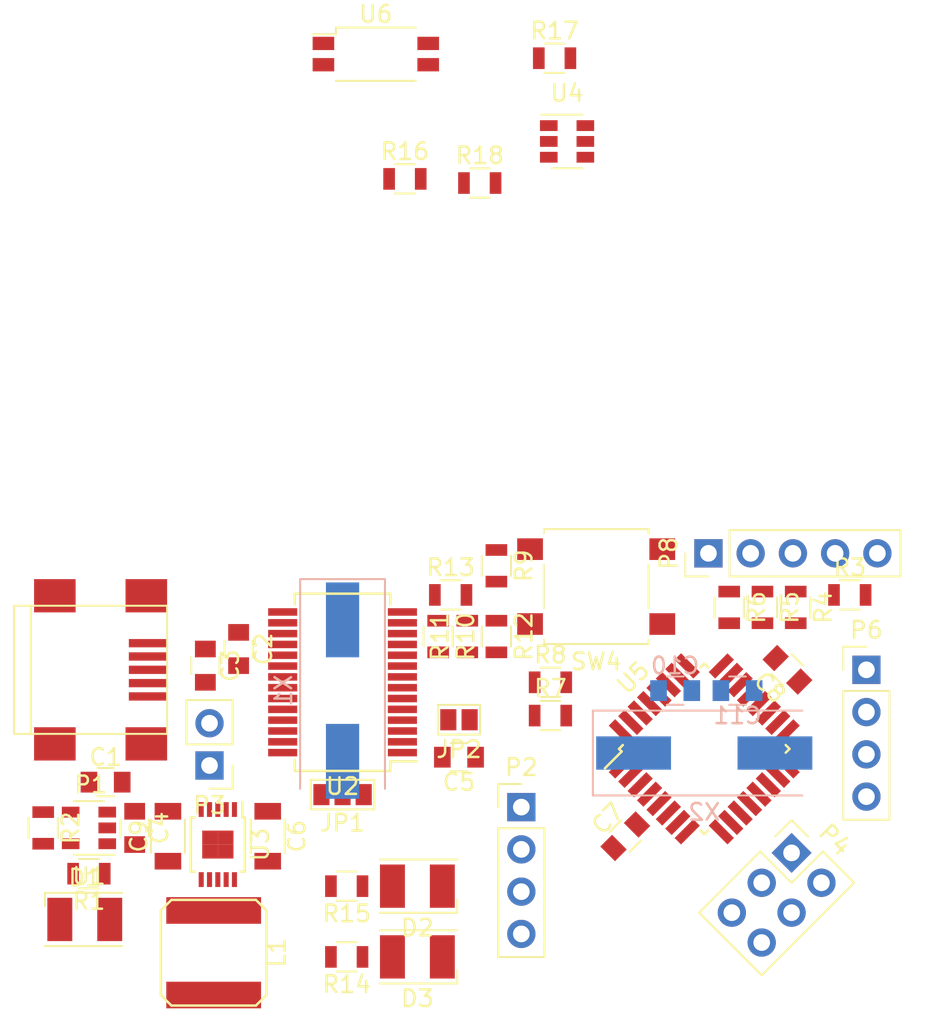
<source format=kicad_pcb>
(kicad_pcb (version 4) (host pcbnew 4.0.5)

  (general
    (links 130)
    (no_connects 130)
    (area 0 0 0 0)
    (thickness 1.6)
    (drawings 0)
    (tracks 0)
    (zones 0)
    (modules 50)
    (nets 50)
  )

  (page A4)
  (layers
    (0 F.Cu signal)
    (31 B.Cu signal)
    (32 B.Adhes user)
    (33 F.Adhes user)
    (34 B.Paste user)
    (35 F.Paste user)
    (36 B.SilkS user)
    (37 F.SilkS user)
    (38 B.Mask user)
    (39 F.Mask user)
    (40 Dwgs.User user)
    (41 Cmts.User user)
    (42 Eco1.User user)
    (43 Eco2.User user)
    (44 Edge.Cuts user)
    (45 Margin user)
    (46 B.CrtYd user)
    (47 F.CrtYd user)
    (48 B.Fab user)
    (49 F.Fab user)
  )

  (setup
    (last_trace_width 0.25)
    (trace_clearance 0.2)
    (zone_clearance 0.508)
    (zone_45_only no)
    (trace_min 0.2)
    (segment_width 0.2)
    (edge_width 0.15)
    (via_size 0.6)
    (via_drill 0.4)
    (via_min_size 0.4)
    (via_min_drill 0.3)
    (uvia_size 0.3)
    (uvia_drill 0.1)
    (uvias_allowed no)
    (uvia_min_size 0.2)
    (uvia_min_drill 0.1)
    (pcb_text_width 0.3)
    (pcb_text_size 1.5 1.5)
    (mod_edge_width 0.15)
    (mod_text_size 1 1)
    (mod_text_width 0.15)
    (pad_size 1.524 1.524)
    (pad_drill 0.762)
    (pad_to_mask_clearance 0.2)
    (aux_axis_origin 0 0)
    (visible_elements 7FFEFFFF)
    (pcbplotparams
      (layerselection 0x00030_80000001)
      (usegerberextensions false)
      (excludeedgelayer true)
      (linewidth 0.100000)
      (plotframeref false)
      (viasonmask false)
      (mode 1)
      (useauxorigin false)
      (hpglpennumber 1)
      (hpglpenspeed 20)
      (hpglpendiameter 15)
      (hpglpenoverlay 2)
      (psnegative false)
      (psa4output false)
      (plotreference true)
      (plotvalue true)
      (plotinvisibletext false)
      (padsonsilk false)
      (subtractmaskfromsilk false)
      (outputformat 1)
      (mirror false)
      (drillshape 1)
      (scaleselection 1)
      (outputdirectory ""))
  )

  (net 0 "")
  (net 1 "Net-(C1-Pad1)")
  (net 2 GND)
  (net 3 "Net-(C2-Pad1)")
  (net 4 "Net-(C3-Pad1)")
  (net 5 /VBatt)
  (net 6 /RESET)
  (net 7 "Net-(C5-Pad2)")
  (net 8 +3V3)
  (net 9 "Net-(C8-Pad1)")
  (net 10 "Net-(C10-Pad2)")
  (net 11 "Net-(C11-Pad2)")
  (net 12 "Net-(D1-Pad1)")
  (net 13 "Net-(D2-Pad1)")
  (net 14 "Net-(D3-Pad1)")
  (net 15 "Net-(JP1-Pad2)")
  (net 16 "Net-(JP2-Pad2)")
  (net 17 "Net-(L1-Pad1)")
  (net 18 "Net-(P1-Pad2)")
  (net 19 "Net-(P1-Pad3)")
  (net 20 "Net-(P2-Pad1)")
  (net 21 "Net-(P2-Pad2)")
  (net 22 /BTN_4)
  (net 23 /BTN_3)
  (net 24 /BTN_2)
  (net 25 /BTN_1)
  (net 26 "Net-(R1-Pad1)")
  (net 27 "Net-(R2-Pad2)")
  (net 28 "Net-(R7-Pad1)")
  (net 29 "Net-(R7-Pad2)")
  (net 30 "Net-(R8-Pad1)")
  (net 31 "Net-(R8-Pad2)")
  (net 32 "Net-(R10-Pad2)")
  (net 33 "Net-(R11-Pad2)")
  (net 34 "Net-(R13-Pad2)")
  (net 35 "Net-(U2-Pad27)")
  (net 36 "Net-(U2-Pad28)")
  (net 37 "Net-(D2-Pad2)")
  (net 38 "Net-(D3-Pad2)")
  (net 39 "Net-(P2-Pad3)")
  (net 40 "Net-(P2-Pad4)")
  (net 41 "Net-(R16-Pad2)")
  (net 42 "Net-(R17-Pad2)")
  (net 43 "Net-(R18-Pad1)")
  (net 44 "Net-(U4-Pad1)")
  (net 45 "Net-(P4-Pad2)")
  (net 46 "Net-(P4-Pad4)")
  (net 47 "Net-(P4-Pad6)")
  (net 48 "Net-(P6-Pad3)")
  (net 49 "Net-(P6-Pad4)")

  (net_class Default "This is the default net class."
    (clearance 0.2)
    (trace_width 0.25)
    (via_dia 0.6)
    (via_drill 0.4)
    (uvia_dia 0.3)
    (uvia_drill 0.1)
    (add_net +3V3)
    (add_net /BTN_1)
    (add_net /BTN_2)
    (add_net /BTN_3)
    (add_net /BTN_4)
    (add_net /RESET)
    (add_net /VBatt)
    (add_net GND)
    (add_net "Net-(C1-Pad1)")
    (add_net "Net-(C10-Pad2)")
    (add_net "Net-(C11-Pad2)")
    (add_net "Net-(C2-Pad1)")
    (add_net "Net-(C3-Pad1)")
    (add_net "Net-(C5-Pad2)")
    (add_net "Net-(C8-Pad1)")
    (add_net "Net-(D1-Pad1)")
    (add_net "Net-(D2-Pad1)")
    (add_net "Net-(D2-Pad2)")
    (add_net "Net-(D3-Pad1)")
    (add_net "Net-(D3-Pad2)")
    (add_net "Net-(JP1-Pad2)")
    (add_net "Net-(JP2-Pad2)")
    (add_net "Net-(L1-Pad1)")
    (add_net "Net-(P1-Pad2)")
    (add_net "Net-(P1-Pad3)")
    (add_net "Net-(P2-Pad1)")
    (add_net "Net-(P2-Pad2)")
    (add_net "Net-(P2-Pad3)")
    (add_net "Net-(P2-Pad4)")
    (add_net "Net-(P4-Pad2)")
    (add_net "Net-(P4-Pad4)")
    (add_net "Net-(P4-Pad6)")
    (add_net "Net-(P6-Pad3)")
    (add_net "Net-(P6-Pad4)")
    (add_net "Net-(R1-Pad1)")
    (add_net "Net-(R10-Pad2)")
    (add_net "Net-(R11-Pad2)")
    (add_net "Net-(R13-Pad2)")
    (add_net "Net-(R16-Pad2)")
    (add_net "Net-(R17-Pad2)")
    (add_net "Net-(R18-Pad1)")
    (add_net "Net-(R2-Pad2)")
    (add_net "Net-(R7-Pad1)")
    (add_net "Net-(R7-Pad2)")
    (add_net "Net-(R8-Pad1)")
    (add_net "Net-(R8-Pad2)")
    (add_net "Net-(U2-Pad27)")
    (add_net "Net-(U2-Pad28)")
    (add_net "Net-(U4-Pad1)")
  )

  (module Capacitors_SMD:C_0805 (layer F.Cu) (tedit 58AA8463) (tstamp 58AC50FC)
    (at 88.5 88)
    (descr "Capacitor SMD 0805, reflow soldering, AVX (see smccp.pdf)")
    (tags "capacitor 0805")
    (path /58885F04)
    (attr smd)
    (fp_text reference C1 (at 0 -1.5) (layer F.SilkS)
      (effects (font (size 1 1) (thickness 0.15)))
    )
    (fp_text value 4.7uF (at 0 1.75) (layer F.Fab)
      (effects (font (size 1 1) (thickness 0.15)))
    )
    (fp_text user %R (at 0 -1.5) (layer F.Fab)
      (effects (font (size 1 1) (thickness 0.15)))
    )
    (fp_line (start -1 0.62) (end -1 -0.62) (layer F.Fab) (width 0.1))
    (fp_line (start 1 0.62) (end -1 0.62) (layer F.Fab) (width 0.1))
    (fp_line (start 1 -0.62) (end 1 0.62) (layer F.Fab) (width 0.1))
    (fp_line (start -1 -0.62) (end 1 -0.62) (layer F.Fab) (width 0.1))
    (fp_line (start 0.5 -0.85) (end -0.5 -0.85) (layer F.SilkS) (width 0.12))
    (fp_line (start -0.5 0.85) (end 0.5 0.85) (layer F.SilkS) (width 0.12))
    (fp_line (start -1.75 -0.88) (end 1.75 -0.88) (layer F.CrtYd) (width 0.05))
    (fp_line (start -1.75 -0.88) (end -1.75 0.87) (layer F.CrtYd) (width 0.05))
    (fp_line (start 1.75 0.87) (end 1.75 -0.88) (layer F.CrtYd) (width 0.05))
    (fp_line (start 1.75 0.87) (end -1.75 0.87) (layer F.CrtYd) (width 0.05))
    (pad 1 smd rect (at -1 0) (size 1 1.25) (layers F.Cu F.Paste F.Mask)
      (net 1 "Net-(C1-Pad1)"))
    (pad 2 smd rect (at 1 0) (size 1 1.25) (layers F.Cu F.Paste F.Mask)
      (net 2 GND))
    (model Capacitors_SMD.3dshapes/C_0805.wrl
      (at (xyz 0 0 0))
      (scale (xyz 1 1 1))
      (rotate (xyz 0 0 0))
    )
  )

  (module Capacitors_SMD:C_0805 (layer F.Cu) (tedit 58AA8463) (tstamp 58AC510D)
    (at 96.5 80 270)
    (descr "Capacitor SMD 0805, reflow soldering, AVX (see smccp.pdf)")
    (tags "capacitor 0805")
    (path /58815C2D)
    (attr smd)
    (fp_text reference C2 (at 0 -1.5 270) (layer F.SilkS)
      (effects (font (size 1 1) (thickness 0.15)))
    )
    (fp_text value 100nF (at 0 1.75 270) (layer F.Fab)
      (effects (font (size 1 1) (thickness 0.15)))
    )
    (fp_text user %R (at 0 -1.5 270) (layer F.Fab)
      (effects (font (size 1 1) (thickness 0.15)))
    )
    (fp_line (start -1 0.62) (end -1 -0.62) (layer F.Fab) (width 0.1))
    (fp_line (start 1 0.62) (end -1 0.62) (layer F.Fab) (width 0.1))
    (fp_line (start 1 -0.62) (end 1 0.62) (layer F.Fab) (width 0.1))
    (fp_line (start -1 -0.62) (end 1 -0.62) (layer F.Fab) (width 0.1))
    (fp_line (start 0.5 -0.85) (end -0.5 -0.85) (layer F.SilkS) (width 0.12))
    (fp_line (start -0.5 0.85) (end 0.5 0.85) (layer F.SilkS) (width 0.12))
    (fp_line (start -1.75 -0.88) (end 1.75 -0.88) (layer F.CrtYd) (width 0.05))
    (fp_line (start -1.75 -0.88) (end -1.75 0.87) (layer F.CrtYd) (width 0.05))
    (fp_line (start 1.75 0.87) (end 1.75 -0.88) (layer F.CrtYd) (width 0.05))
    (fp_line (start 1.75 0.87) (end -1.75 0.87) (layer F.CrtYd) (width 0.05))
    (pad 1 smd rect (at -1 0 270) (size 1 1.25) (layers F.Cu F.Paste F.Mask)
      (net 3 "Net-(C2-Pad1)"))
    (pad 2 smd rect (at 1 0 270) (size 1 1.25) (layers F.Cu F.Paste F.Mask)
      (net 2 GND))
    (model Capacitors_SMD.3dshapes/C_0805.wrl
      (at (xyz 0 0 0))
      (scale (xyz 1 1 1))
      (rotate (xyz 0 0 0))
    )
  )

  (module Capacitors_SMD:C_0805 (layer F.Cu) (tedit 58AA8463) (tstamp 58AC511E)
    (at 94.5 81 270)
    (descr "Capacitor SMD 0805, reflow soldering, AVX (see smccp.pdf)")
    (tags "capacitor 0805")
    (path /5891B8EF)
    (attr smd)
    (fp_text reference C3 (at 0 -1.5 270) (layer F.SilkS)
      (effects (font (size 1 1) (thickness 0.15)))
    )
    (fp_text value 100nF (at 0 1.75 270) (layer F.Fab)
      (effects (font (size 1 1) (thickness 0.15)))
    )
    (fp_text user %R (at 0 -1.5 270) (layer F.Fab)
      (effects (font (size 1 1) (thickness 0.15)))
    )
    (fp_line (start -1 0.62) (end -1 -0.62) (layer F.Fab) (width 0.1))
    (fp_line (start 1 0.62) (end -1 0.62) (layer F.Fab) (width 0.1))
    (fp_line (start 1 -0.62) (end 1 0.62) (layer F.Fab) (width 0.1))
    (fp_line (start -1 -0.62) (end 1 -0.62) (layer F.Fab) (width 0.1))
    (fp_line (start 0.5 -0.85) (end -0.5 -0.85) (layer F.SilkS) (width 0.12))
    (fp_line (start -0.5 0.85) (end 0.5 0.85) (layer F.SilkS) (width 0.12))
    (fp_line (start -1.75 -0.88) (end 1.75 -0.88) (layer F.CrtYd) (width 0.05))
    (fp_line (start -1.75 -0.88) (end -1.75 0.87) (layer F.CrtYd) (width 0.05))
    (fp_line (start 1.75 0.87) (end 1.75 -0.88) (layer F.CrtYd) (width 0.05))
    (fp_line (start 1.75 0.87) (end -1.75 0.87) (layer F.CrtYd) (width 0.05))
    (pad 1 smd rect (at -1 0 270) (size 1 1.25) (layers F.Cu F.Paste F.Mask)
      (net 4 "Net-(C3-Pad1)"))
    (pad 2 smd rect (at 1 0 270) (size 1 1.25) (layers F.Cu F.Paste F.Mask)
      (net 2 GND))
    (model Capacitors_SMD.3dshapes/C_0805.wrl
      (at (xyz 0 0 0))
      (scale (xyz 1 1 1))
      (rotate (xyz 0 0 0))
    )
  )

  (module Capacitors_SMD:C_0805 (layer F.Cu) (tedit 58AA8463) (tstamp 58AC512F)
    (at 90.25 90.75 270)
    (descr "Capacitor SMD 0805, reflow soldering, AVX (see smccp.pdf)")
    (tags "capacitor 0805")
    (path /5888837D)
    (attr smd)
    (fp_text reference C4 (at 0 -1.5 270) (layer F.SilkS)
      (effects (font (size 1 1) (thickness 0.15)))
    )
    (fp_text value 4.7uF (at 0 1.75 270) (layer F.Fab)
      (effects (font (size 1 1) (thickness 0.15)))
    )
    (fp_text user %R (at 0 -1.5 270) (layer F.Fab)
      (effects (font (size 1 1) (thickness 0.15)))
    )
    (fp_line (start -1 0.62) (end -1 -0.62) (layer F.Fab) (width 0.1))
    (fp_line (start 1 0.62) (end -1 0.62) (layer F.Fab) (width 0.1))
    (fp_line (start 1 -0.62) (end 1 0.62) (layer F.Fab) (width 0.1))
    (fp_line (start -1 -0.62) (end 1 -0.62) (layer F.Fab) (width 0.1))
    (fp_line (start 0.5 -0.85) (end -0.5 -0.85) (layer F.SilkS) (width 0.12))
    (fp_line (start -0.5 0.85) (end 0.5 0.85) (layer F.SilkS) (width 0.12))
    (fp_line (start -1.75 -0.88) (end 1.75 -0.88) (layer F.CrtYd) (width 0.05))
    (fp_line (start -1.75 -0.88) (end -1.75 0.87) (layer F.CrtYd) (width 0.05))
    (fp_line (start 1.75 0.87) (end 1.75 -0.88) (layer F.CrtYd) (width 0.05))
    (fp_line (start 1.75 0.87) (end -1.75 0.87) (layer F.CrtYd) (width 0.05))
    (pad 1 smd rect (at -1 0 270) (size 1 1.25) (layers F.Cu F.Paste F.Mask)
      (net 5 /VBatt))
    (pad 2 smd rect (at 1 0 270) (size 1 1.25) (layers F.Cu F.Paste F.Mask)
      (net 2 GND))
    (model Capacitors_SMD.3dshapes/C_0805.wrl
      (at (xyz 0 0 0))
      (scale (xyz 1 1 1))
      (rotate (xyz 0 0 0))
    )
  )

  (module Capacitors_SMD:C_0805 (layer F.Cu) (tedit 58AA8463) (tstamp 58AC5140)
    (at 109.75 86.5 180)
    (descr "Capacitor SMD 0805, reflow soldering, AVX (see smccp.pdf)")
    (tags "capacitor 0805")
    (path /5891E9F8)
    (attr smd)
    (fp_text reference C5 (at 0 -1.5 180) (layer F.SilkS)
      (effects (font (size 1 1) (thickness 0.15)))
    )
    (fp_text value 100nF (at 0 1.75 180) (layer F.Fab)
      (effects (font (size 1 1) (thickness 0.15)))
    )
    (fp_text user %R (at 0 -1.5 180) (layer F.Fab)
      (effects (font (size 1 1) (thickness 0.15)))
    )
    (fp_line (start -1 0.62) (end -1 -0.62) (layer F.Fab) (width 0.1))
    (fp_line (start 1 0.62) (end -1 0.62) (layer F.Fab) (width 0.1))
    (fp_line (start 1 -0.62) (end 1 0.62) (layer F.Fab) (width 0.1))
    (fp_line (start -1 -0.62) (end 1 -0.62) (layer F.Fab) (width 0.1))
    (fp_line (start 0.5 -0.85) (end -0.5 -0.85) (layer F.SilkS) (width 0.12))
    (fp_line (start -0.5 0.85) (end 0.5 0.85) (layer F.SilkS) (width 0.12))
    (fp_line (start -1.75 -0.88) (end 1.75 -0.88) (layer F.CrtYd) (width 0.05))
    (fp_line (start -1.75 -0.88) (end -1.75 0.87) (layer F.CrtYd) (width 0.05))
    (fp_line (start 1.75 0.87) (end 1.75 -0.88) (layer F.CrtYd) (width 0.05))
    (fp_line (start 1.75 0.87) (end -1.75 0.87) (layer F.CrtYd) (width 0.05))
    (pad 1 smd rect (at -1 0 180) (size 1 1.25) (layers F.Cu F.Paste F.Mask)
      (net 6 /RESET))
    (pad 2 smd rect (at 1 0 180) (size 1 1.25) (layers F.Cu F.Paste F.Mask)
      (net 7 "Net-(C5-Pad2)"))
    (model Capacitors_SMD.3dshapes/C_0805.wrl
      (at (xyz 0 0 0))
      (scale (xyz 1 1 1))
      (rotate (xyz 0 0 0))
    )
  )

  (module Capacitors_SMD:C_1206 (layer F.Cu) (tedit 58AA84B8) (tstamp 58AC5151)
    (at 98.25 91.25 270)
    (descr "Capacitor SMD 1206, reflow soldering, AVX (see smccp.pdf)")
    (tags "capacitor 1206")
    (path /588996E9)
    (attr smd)
    (fp_text reference C6 (at 0 -1.75 270) (layer F.SilkS)
      (effects (font (size 1 1) (thickness 0.15)))
    )
    (fp_text value 22uF (at 0 2 270) (layer F.Fab)
      (effects (font (size 1 1) (thickness 0.15)))
    )
    (fp_text user %R (at 0 -1.75 270) (layer F.Fab)
      (effects (font (size 1 1) (thickness 0.15)))
    )
    (fp_line (start -1.6 0.8) (end -1.6 -0.8) (layer F.Fab) (width 0.1))
    (fp_line (start 1.6 0.8) (end -1.6 0.8) (layer F.Fab) (width 0.1))
    (fp_line (start 1.6 -0.8) (end 1.6 0.8) (layer F.Fab) (width 0.1))
    (fp_line (start -1.6 -0.8) (end 1.6 -0.8) (layer F.Fab) (width 0.1))
    (fp_line (start 1 -1.02) (end -1 -1.02) (layer F.SilkS) (width 0.12))
    (fp_line (start -1 1.02) (end 1 1.02) (layer F.SilkS) (width 0.12))
    (fp_line (start -2.25 -1.05) (end 2.25 -1.05) (layer F.CrtYd) (width 0.05))
    (fp_line (start -2.25 -1.05) (end -2.25 1.05) (layer F.CrtYd) (width 0.05))
    (fp_line (start 2.25 1.05) (end 2.25 -1.05) (layer F.CrtYd) (width 0.05))
    (fp_line (start 2.25 1.05) (end -2.25 1.05) (layer F.CrtYd) (width 0.05))
    (pad 1 smd rect (at -1.5 0 270) (size 1 1.6) (layers F.Cu F.Paste F.Mask)
      (net 5 /VBatt))
    (pad 2 smd rect (at 1.5 0 270) (size 1 1.6) (layers F.Cu F.Paste F.Mask)
      (net 2 GND))
    (model Capacitors_SMD.3dshapes/C_1206.wrl
      (at (xyz 0 0 0))
      (scale (xyz 1 1 1))
      (rotate (xyz 0 0 0))
    )
  )

  (module Capacitors_SMD:C_0805 (layer F.Cu) (tedit 58AA8463) (tstamp 58AC5162)
    (at 119.75 91.25 45)
    (descr "Capacitor SMD 0805, reflow soldering, AVX (see smccp.pdf)")
    (tags "capacitor 0805")
    (path /58825549)
    (attr smd)
    (fp_text reference C7 (at 0 -1.5 45) (layer F.SilkS)
      (effects (font (size 1 1) (thickness 0.15)))
    )
    (fp_text value 100nF (at 0 1.75 45) (layer F.Fab)
      (effects (font (size 1 1) (thickness 0.15)))
    )
    (fp_text user %R (at 0 -1.5 45) (layer F.Fab)
      (effects (font (size 1 1) (thickness 0.15)))
    )
    (fp_line (start -1 0.62) (end -1 -0.62) (layer F.Fab) (width 0.1))
    (fp_line (start 1 0.62) (end -1 0.62) (layer F.Fab) (width 0.1))
    (fp_line (start 1 -0.62) (end 1 0.62) (layer F.Fab) (width 0.1))
    (fp_line (start -1 -0.62) (end 1 -0.62) (layer F.Fab) (width 0.1))
    (fp_line (start 0.5 -0.85) (end -0.5 -0.85) (layer F.SilkS) (width 0.12))
    (fp_line (start -0.5 0.85) (end 0.5 0.85) (layer F.SilkS) (width 0.12))
    (fp_line (start -1.75 -0.88) (end 1.75 -0.88) (layer F.CrtYd) (width 0.05))
    (fp_line (start -1.75 -0.88) (end -1.75 0.87) (layer F.CrtYd) (width 0.05))
    (fp_line (start 1.75 0.87) (end 1.75 -0.88) (layer F.CrtYd) (width 0.05))
    (fp_line (start 1.75 0.87) (end -1.75 0.87) (layer F.CrtYd) (width 0.05))
    (pad 1 smd rect (at -1 0 45) (size 1 1.25) (layers F.Cu F.Paste F.Mask)
      (net 2 GND))
    (pad 2 smd rect (at 1 0 45) (size 1 1.25) (layers F.Cu F.Paste F.Mask)
      (net 8 +3V3))
    (model Capacitors_SMD.3dshapes/C_0805.wrl
      (at (xyz 0 0 0))
      (scale (xyz 1 1 1))
      (rotate (xyz 0 0 0))
    )
  )

  (module Capacitors_SMD:C_0805 (layer F.Cu) (tedit 58AA8463) (tstamp 58AC5173)
    (at 129.5 81.25 135)
    (descr "Capacitor SMD 0805, reflow soldering, AVX (see smccp.pdf)")
    (tags "capacitor 0805")
    (path /5891C141)
    (attr smd)
    (fp_text reference C8 (at 0 -1.5 135) (layer F.SilkS)
      (effects (font (size 1 1) (thickness 0.15)))
    )
    (fp_text value 100nF (at 0 1.75 135) (layer F.Fab)
      (effects (font (size 1 1) (thickness 0.15)))
    )
    (fp_text user %R (at 0 -1.5 135) (layer F.Fab)
      (effects (font (size 1 1) (thickness 0.15)))
    )
    (fp_line (start -1 0.62) (end -1 -0.62) (layer F.Fab) (width 0.1))
    (fp_line (start 1 0.62) (end -1 0.62) (layer F.Fab) (width 0.1))
    (fp_line (start 1 -0.62) (end 1 0.62) (layer F.Fab) (width 0.1))
    (fp_line (start -1 -0.62) (end 1 -0.62) (layer F.Fab) (width 0.1))
    (fp_line (start 0.5 -0.85) (end -0.5 -0.85) (layer F.SilkS) (width 0.12))
    (fp_line (start -0.5 0.85) (end 0.5 0.85) (layer F.SilkS) (width 0.12))
    (fp_line (start -1.75 -0.88) (end 1.75 -0.88) (layer F.CrtYd) (width 0.05))
    (fp_line (start -1.75 -0.88) (end -1.75 0.87) (layer F.CrtYd) (width 0.05))
    (fp_line (start 1.75 0.87) (end 1.75 -0.88) (layer F.CrtYd) (width 0.05))
    (fp_line (start 1.75 0.87) (end -1.75 0.87) (layer F.CrtYd) (width 0.05))
    (pad 1 smd rect (at -1 0 135) (size 1 1.25) (layers F.Cu F.Paste F.Mask)
      (net 9 "Net-(C8-Pad1)"))
    (pad 2 smd rect (at 1 0 135) (size 1 1.25) (layers F.Cu F.Paste F.Mask)
      (net 2 GND))
    (model Capacitors_SMD.3dshapes/C_0805.wrl
      (at (xyz 0 0 0))
      (scale (xyz 1 1 1))
      (rotate (xyz 0 0 0))
    )
  )

  (module Capacitors_SMD:C_1206 (layer F.Cu) (tedit 58AA84B8) (tstamp 58AC5184)
    (at 92.25 91.25 90)
    (descr "Capacitor SMD 1206, reflow soldering, AVX (see smccp.pdf)")
    (tags "capacitor 1206")
    (path /5889990B)
    (attr smd)
    (fp_text reference C9 (at 0 -1.75 90) (layer F.SilkS)
      (effects (font (size 1 1) (thickness 0.15)))
    )
    (fp_text value 22uF (at 0 2 90) (layer F.Fab)
      (effects (font (size 1 1) (thickness 0.15)))
    )
    (fp_text user %R (at 0 -1.75 90) (layer F.Fab)
      (effects (font (size 1 1) (thickness 0.15)))
    )
    (fp_line (start -1.6 0.8) (end -1.6 -0.8) (layer F.Fab) (width 0.1))
    (fp_line (start 1.6 0.8) (end -1.6 0.8) (layer F.Fab) (width 0.1))
    (fp_line (start 1.6 -0.8) (end 1.6 0.8) (layer F.Fab) (width 0.1))
    (fp_line (start -1.6 -0.8) (end 1.6 -0.8) (layer F.Fab) (width 0.1))
    (fp_line (start 1 -1.02) (end -1 -1.02) (layer F.SilkS) (width 0.12))
    (fp_line (start -1 1.02) (end 1 1.02) (layer F.SilkS) (width 0.12))
    (fp_line (start -2.25 -1.05) (end 2.25 -1.05) (layer F.CrtYd) (width 0.05))
    (fp_line (start -2.25 -1.05) (end -2.25 1.05) (layer F.CrtYd) (width 0.05))
    (fp_line (start 2.25 1.05) (end 2.25 -1.05) (layer F.CrtYd) (width 0.05))
    (fp_line (start 2.25 1.05) (end -2.25 1.05) (layer F.CrtYd) (width 0.05))
    (pad 1 smd rect (at -1.5 0 90) (size 1 1.6) (layers F.Cu F.Paste F.Mask)
      (net 8 +3V3))
    (pad 2 smd rect (at 1.5 0 90) (size 1 1.6) (layers F.Cu F.Paste F.Mask)
      (net 2 GND))
    (model Capacitors_SMD.3dshapes/C_1206.wrl
      (at (xyz 0 0 0))
      (scale (xyz 1 1 1))
      (rotate (xyz 0 0 0))
    )
  )

  (module Capacitors_SMD:C_0805 (layer B.Cu) (tedit 58AA8463) (tstamp 58AC5195)
    (at 122.75 82.5 180)
    (descr "Capacitor SMD 0805, reflow soldering, AVX (see smccp.pdf)")
    (tags "capacitor 0805")
    (path /58819B31)
    (attr smd)
    (fp_text reference C10 (at 0 1.5 180) (layer B.SilkS)
      (effects (font (size 1 1) (thickness 0.15)) (justify mirror))
    )
    (fp_text value 22pF (at 0 -1.75 180) (layer B.Fab)
      (effects (font (size 1 1) (thickness 0.15)) (justify mirror))
    )
    (fp_text user %R (at 0 1.5 180) (layer B.Fab)
      (effects (font (size 1 1) (thickness 0.15)) (justify mirror))
    )
    (fp_line (start -1 -0.62) (end -1 0.62) (layer B.Fab) (width 0.1))
    (fp_line (start 1 -0.62) (end -1 -0.62) (layer B.Fab) (width 0.1))
    (fp_line (start 1 0.62) (end 1 -0.62) (layer B.Fab) (width 0.1))
    (fp_line (start -1 0.62) (end 1 0.62) (layer B.Fab) (width 0.1))
    (fp_line (start 0.5 0.85) (end -0.5 0.85) (layer B.SilkS) (width 0.12))
    (fp_line (start -0.5 -0.85) (end 0.5 -0.85) (layer B.SilkS) (width 0.12))
    (fp_line (start -1.75 0.88) (end 1.75 0.88) (layer B.CrtYd) (width 0.05))
    (fp_line (start -1.75 0.88) (end -1.75 -0.87) (layer B.CrtYd) (width 0.05))
    (fp_line (start 1.75 -0.87) (end 1.75 0.88) (layer B.CrtYd) (width 0.05))
    (fp_line (start 1.75 -0.87) (end -1.75 -0.87) (layer B.CrtYd) (width 0.05))
    (pad 1 smd rect (at -1 0 180) (size 1 1.25) (layers B.Cu B.Paste B.Mask)
      (net 2 GND))
    (pad 2 smd rect (at 1 0 180) (size 1 1.25) (layers B.Cu B.Paste B.Mask)
      (net 10 "Net-(C10-Pad2)"))
    (model Capacitors_SMD.3dshapes/C_0805.wrl
      (at (xyz 0 0 0))
      (scale (xyz 1 1 1))
      (rotate (xyz 0 0 0))
    )
  )

  (module Capacitors_SMD:C_0805 (layer B.Cu) (tedit 58AA8463) (tstamp 58AC51A6)
    (at 126.5 82.5)
    (descr "Capacitor SMD 0805, reflow soldering, AVX (see smccp.pdf)")
    (tags "capacitor 0805")
    (path /58819C1C)
    (attr smd)
    (fp_text reference C11 (at 0 1.5) (layer B.SilkS)
      (effects (font (size 1 1) (thickness 0.15)) (justify mirror))
    )
    (fp_text value 22pF (at 0 -1.75) (layer B.Fab)
      (effects (font (size 1 1) (thickness 0.15)) (justify mirror))
    )
    (fp_text user %R (at 0 1.5) (layer B.Fab)
      (effects (font (size 1 1) (thickness 0.15)) (justify mirror))
    )
    (fp_line (start -1 -0.62) (end -1 0.62) (layer B.Fab) (width 0.1))
    (fp_line (start 1 -0.62) (end -1 -0.62) (layer B.Fab) (width 0.1))
    (fp_line (start 1 0.62) (end 1 -0.62) (layer B.Fab) (width 0.1))
    (fp_line (start -1 0.62) (end 1 0.62) (layer B.Fab) (width 0.1))
    (fp_line (start 0.5 0.85) (end -0.5 0.85) (layer B.SilkS) (width 0.12))
    (fp_line (start -0.5 -0.85) (end 0.5 -0.85) (layer B.SilkS) (width 0.12))
    (fp_line (start -1.75 0.88) (end 1.75 0.88) (layer B.CrtYd) (width 0.05))
    (fp_line (start -1.75 0.88) (end -1.75 -0.87) (layer B.CrtYd) (width 0.05))
    (fp_line (start 1.75 -0.87) (end 1.75 0.88) (layer B.CrtYd) (width 0.05))
    (fp_line (start 1.75 -0.87) (end -1.75 -0.87) (layer B.CrtYd) (width 0.05))
    (pad 1 smd rect (at -1 0) (size 1 1.25) (layers B.Cu B.Paste B.Mask)
      (net 2 GND))
    (pad 2 smd rect (at 1 0) (size 1 1.25) (layers B.Cu B.Paste B.Mask)
      (net 11 "Net-(C11-Pad2)"))
    (model Capacitors_SMD.3dshapes/C_0805.wrl
      (at (xyz 0 0 0))
      (scale (xyz 1 1 1))
      (rotate (xyz 0 0 0))
    )
  )

  (module LEDs:LED_PLCC-2 (layer F.Cu) (tedit 5860D51E) (tstamp 58AC51B9)
    (at 87.25 96.25)
    (descr "LED PLCC-2 SMD package")
    (tags "LED PLCC-2 SMD")
    (path /589137FD)
    (attr smd)
    (fp_text reference D1 (at 0 -2.5) (layer F.SilkS)
      (effects (font (size 1 1) (thickness 0.15)))
    )
    (fp_text value LED (at 0 2.5) (layer F.Fab)
      (effects (font (size 1 1) (thickness 0.15)))
    )
    (fp_circle (center 0 0) (end 0 -1.25) (layer F.Fab) (width 0.1))
    (fp_line (start -1.7 -0.6) (end -0.8 -1.5) (layer F.Fab) (width 0.1))
    (fp_line (start 1.7 1.5) (end 1.7 -1.5) (layer F.Fab) (width 0.1))
    (fp_line (start 1.7 -1.5) (end -1.7 -1.5) (layer F.Fab) (width 0.1))
    (fp_line (start -1.7 -1.5) (end -1.7 1.5) (layer F.Fab) (width 0.1))
    (fp_line (start -1.7 1.5) (end 1.7 1.5) (layer F.Fab) (width 0.1))
    (fp_line (start -2.65 -1.85) (end 2.5 -1.85) (layer F.CrtYd) (width 0.05))
    (fp_line (start 2.5 -1.85) (end 2.5 1.85) (layer F.CrtYd) (width 0.05))
    (fp_line (start 2.5 1.85) (end -2.65 1.85) (layer F.CrtYd) (width 0.05))
    (fp_line (start -2.65 1.85) (end -2.65 -1.85) (layer F.CrtYd) (width 0.05))
    (fp_line (start 2.25 1.6) (end -2.4 1.6) (layer F.SilkS) (width 0.12))
    (fp_line (start 2.25 -1.6) (end -2.4 -1.6) (layer F.SilkS) (width 0.12))
    (fp_line (start -2.4 -1.6) (end -2.4 -0.8) (layer F.SilkS) (width 0.12))
    (pad 1 smd rect (at -1.5 0) (size 1.5 2.6) (layers F.Cu F.Paste F.Mask)
      (net 12 "Net-(D1-Pad1)"))
    (pad 2 smd rect (at 1.5 0) (size 1.5 2.6) (layers F.Cu F.Paste F.Mask)
      (net 1 "Net-(C1-Pad1)"))
  )

  (module LEDs:LED_PLCC-2 (layer F.Cu) (tedit 5860D51E) (tstamp 58AC51CC)
    (at 107.25 94.25 180)
    (descr "LED PLCC-2 SMD package")
    (tags "LED PLCC-2 SMD")
    (path /5881DC19)
    (attr smd)
    (fp_text reference D2 (at 0 -2.5 180) (layer F.SilkS)
      (effects (font (size 1 1) (thickness 0.15)))
    )
    (fp_text value LED (at 0 2.5 180) (layer F.Fab)
      (effects (font (size 1 1) (thickness 0.15)))
    )
    (fp_circle (center 0 0) (end 0 -1.25) (layer F.Fab) (width 0.1))
    (fp_line (start -1.7 -0.6) (end -0.8 -1.5) (layer F.Fab) (width 0.1))
    (fp_line (start 1.7 1.5) (end 1.7 -1.5) (layer F.Fab) (width 0.1))
    (fp_line (start 1.7 -1.5) (end -1.7 -1.5) (layer F.Fab) (width 0.1))
    (fp_line (start -1.7 -1.5) (end -1.7 1.5) (layer F.Fab) (width 0.1))
    (fp_line (start -1.7 1.5) (end 1.7 1.5) (layer F.Fab) (width 0.1))
    (fp_line (start -2.65 -1.85) (end 2.5 -1.85) (layer F.CrtYd) (width 0.05))
    (fp_line (start 2.5 -1.85) (end 2.5 1.85) (layer F.CrtYd) (width 0.05))
    (fp_line (start 2.5 1.85) (end -2.65 1.85) (layer F.CrtYd) (width 0.05))
    (fp_line (start -2.65 1.85) (end -2.65 -1.85) (layer F.CrtYd) (width 0.05))
    (fp_line (start 2.25 1.6) (end -2.4 1.6) (layer F.SilkS) (width 0.12))
    (fp_line (start 2.25 -1.6) (end -2.4 -1.6) (layer F.SilkS) (width 0.12))
    (fp_line (start -2.4 -1.6) (end -2.4 -0.8) (layer F.SilkS) (width 0.12))
    (pad 1 smd rect (at -1.5 0 180) (size 1.5 2.6) (layers F.Cu F.Paste F.Mask)
      (net 13 "Net-(D2-Pad1)"))
    (pad 2 smd rect (at 1.5 0 180) (size 1.5 2.6) (layers F.Cu F.Paste F.Mask)
      (net 37 "Net-(D2-Pad2)"))
  )

  (module LEDs:LED_PLCC-2 (layer F.Cu) (tedit 5860D51E) (tstamp 58AC51DF)
    (at 107.25 98.5 180)
    (descr "LED PLCC-2 SMD package")
    (tags "LED PLCC-2 SMD")
    (path /58912C50)
    (attr smd)
    (fp_text reference D3 (at 0 -2.5 180) (layer F.SilkS)
      (effects (font (size 1 1) (thickness 0.15)))
    )
    (fp_text value LED (at 0 2.5 180) (layer F.Fab)
      (effects (font (size 1 1) (thickness 0.15)))
    )
    (fp_circle (center 0 0) (end 0 -1.25) (layer F.Fab) (width 0.1))
    (fp_line (start -1.7 -0.6) (end -0.8 -1.5) (layer F.Fab) (width 0.1))
    (fp_line (start 1.7 1.5) (end 1.7 -1.5) (layer F.Fab) (width 0.1))
    (fp_line (start 1.7 -1.5) (end -1.7 -1.5) (layer F.Fab) (width 0.1))
    (fp_line (start -1.7 -1.5) (end -1.7 1.5) (layer F.Fab) (width 0.1))
    (fp_line (start -1.7 1.5) (end 1.7 1.5) (layer F.Fab) (width 0.1))
    (fp_line (start -2.65 -1.85) (end 2.5 -1.85) (layer F.CrtYd) (width 0.05))
    (fp_line (start 2.5 -1.85) (end 2.5 1.85) (layer F.CrtYd) (width 0.05))
    (fp_line (start 2.5 1.85) (end -2.65 1.85) (layer F.CrtYd) (width 0.05))
    (fp_line (start -2.65 1.85) (end -2.65 -1.85) (layer F.CrtYd) (width 0.05))
    (fp_line (start 2.25 1.6) (end -2.4 1.6) (layer F.SilkS) (width 0.12))
    (fp_line (start 2.25 -1.6) (end -2.4 -1.6) (layer F.SilkS) (width 0.12))
    (fp_line (start -2.4 -1.6) (end -2.4 -0.8) (layer F.SilkS) (width 0.12))
    (pad 1 smd rect (at -1.5 0 180) (size 1.5 2.6) (layers F.Cu F.Paste F.Mask)
      (net 14 "Net-(D3-Pad1)"))
    (pad 2 smd rect (at 1.5 0 180) (size 1.5 2.6) (layers F.Cu F.Paste F.Mask)
      (net 38 "Net-(D3-Pad2)"))
  )

  (module Connectors:GS3 (layer F.Cu) (tedit 58613494) (tstamp 58AC51EE)
    (at 102.75 88.75 90)
    (descr "3-pin solder bridge")
    (tags "solder bridge")
    (path /58817926)
    (attr smd)
    (fp_text reference JP1 (at -1.7 0 180) (layer F.SilkS)
      (effects (font (size 1 1) (thickness 0.15)))
    )
    (fp_text value Jumper3 (at 1.8 0 180) (layer F.Fab)
      (effects (font (size 1 1) (thickness 0.15)))
    )
    (fp_line (start -1.15 -2.15) (end 1.15 -2.15) (layer F.CrtYd) (width 0.05))
    (fp_line (start 1.15 -2.15) (end 1.15 2.15) (layer F.CrtYd) (width 0.05))
    (fp_line (start 1.15 2.15) (end -1.15 2.15) (layer F.CrtYd) (width 0.05))
    (fp_line (start -1.15 2.15) (end -1.15 -2.15) (layer F.CrtYd) (width 0.05))
    (fp_line (start -0.89 -1.91) (end -0.89 1.91) (layer F.SilkS) (width 0.12))
    (fp_line (start -0.89 1.91) (end 0.89 1.91) (layer F.SilkS) (width 0.12))
    (fp_line (start 0.89 1.91) (end 0.89 -1.91) (layer F.SilkS) (width 0.12))
    (fp_line (start -0.89 -1.91) (end 0.89 -1.91) (layer F.SilkS) (width 0.12))
    (pad 1 smd rect (at 0 -1.27 90) (size 1.27 0.97) (layers F.Cu F.Paste F.Mask)
      (net 8 +3V3))
    (pad 2 smd rect (at 0 0 90) (size 1.27 0.97) (layers F.Cu F.Paste F.Mask)
      (net 15 "Net-(JP1-Pad2)"))
    (pad 3 smd rect (at 0 1.27 90) (size 1.27 0.97) (layers F.Cu F.Paste F.Mask)
      (net 1 "Net-(C1-Pad1)"))
  )

  (module Connectors:GS2 (layer F.Cu) (tedit 586134A1) (tstamp 58AC51FC)
    (at 109.75 84.25 270)
    (descr "2-pin solder bridge")
    (tags "solder bridge")
    (path /588171AD)
    (attr smd)
    (fp_text reference JP2 (at 1.78 0 360) (layer F.SilkS)
      (effects (font (size 1 1) (thickness 0.15)))
    )
    (fp_text value Jumper (at -1.8 0 360) (layer F.Fab)
      (effects (font (size 1 1) (thickness 0.15)))
    )
    (fp_line (start 1.1 -1.45) (end 1.1 1.5) (layer F.CrtYd) (width 0.05))
    (fp_line (start 1.1 1.5) (end -1.1 1.5) (layer F.CrtYd) (width 0.05))
    (fp_line (start -1.1 1.5) (end -1.1 -1.45) (layer F.CrtYd) (width 0.05))
    (fp_line (start -1.1 -1.45) (end 1.1 -1.45) (layer F.CrtYd) (width 0.05))
    (fp_line (start -0.89 -1.27) (end -0.89 1.27) (layer F.SilkS) (width 0.12))
    (fp_line (start 0.89 1.27) (end 0.89 -1.27) (layer F.SilkS) (width 0.12))
    (fp_line (start 0.89 1.27) (end -0.89 1.27) (layer F.SilkS) (width 0.12))
    (fp_line (start -0.89 -1.27) (end 0.89 -1.27) (layer F.SilkS) (width 0.12))
    (pad 1 smd rect (at 0 -0.64 270) (size 1.27 0.97) (layers F.Cu F.Paste F.Mask)
      (net 15 "Net-(JP1-Pad2)"))
    (pad 2 smd rect (at 0 0.64 270) (size 1.27 0.97) (layers F.Cu F.Paste F.Mask)
      (net 16 "Net-(JP2-Pad2)"))
  )

  (module "Electropepper parts:SRN6028" (layer F.Cu) (tedit 58913167) (tstamp 58AC520A)
    (at 95 98.25 270)
    (path /5889C7D1)
    (fp_text reference L1 (at 0 -3.81 270) (layer F.SilkS)
      (effects (font (size 1 1) (thickness 0.15)))
    )
    (fp_text value 6.2uH (at 0 4.445 270) (layer F.Fab)
      (effects (font (size 1 1) (thickness 0.15)))
    )
    (fp_line (start -3.175 2.54) (end -3.175 -2.54) (layer F.SilkS) (width 0.15))
    (fp_line (start 2.54 3.175) (end -2.54 3.175) (layer F.SilkS) (width 0.15))
    (fp_line (start 3.175 -2.54) (end 3.175 2.54) (layer F.SilkS) (width 0.15))
    (fp_line (start -2.54 -3.175) (end 2.54 -3.175) (layer F.SilkS) (width 0.15))
    (fp_line (start 2.54 3.175) (end 3.175 2.54) (layer F.SilkS) (width 0.15))
    (fp_line (start -3.175 2.54) (end -2.54 3.175) (layer F.SilkS) (width 0.15))
    (fp_line (start 3.175 -2.54) (end 2.54 -3.175) (layer F.SilkS) (width 0.15))
    (fp_line (start -3.175 -2.54) (end -2.54 -3.175) (layer F.SilkS) (width 0.15))
    (pad 1 smd rect (at -2.54 0 270) (size 1.6 5.7) (layers F.Cu F.Paste F.Mask)
      (net 17 "Net-(L1-Pad1)"))
    (pad 2 smd rect (at 2.54 0 270) (size 1.6 5.7) (layers F.Cu F.Paste F.Mask)
      (net 8 +3V3))
  )

  (module Connectors:USB_Mini-B (layer F.Cu) (tedit 5543E571) (tstamp 58AC5222)
    (at 88.25 81.25)
    (descr "USB Mini-B 5-pin SMD connector")
    (tags "USB USB_B USB_Mini connector")
    (path /58815603)
    (attr smd)
    (fp_text reference P1 (at -0.65 6.9) (layer F.SilkS)
      (effects (font (size 1 1) (thickness 0.15)))
    )
    (fp_text value USB_OTG (at -0.65 -7.1) (layer F.Fab)
      (effects (font (size 1 1) (thickness 0.15)))
    )
    (fp_line (start -5.5 -5.7) (end 4.2 -5.7) (layer F.CrtYd) (width 0.05))
    (fp_line (start 4.2 -5.7) (end 4.2 5.7) (layer F.CrtYd) (width 0.05))
    (fp_line (start 4.2 5.7) (end -5.5 5.7) (layer F.CrtYd) (width 0.05))
    (fp_line (start -5.5 5.7) (end -5.5 -5.7) (layer F.CrtYd) (width 0.05))
    (fp_line (start -4.25 -3.85) (end -4.25 3.85) (layer F.SilkS) (width 0.12))
    (fp_line (start -5.25 -3.85) (end -5.25 3.85) (layer F.SilkS) (width 0.12))
    (fp_line (start -5.25 3.85) (end 3.95 3.85) (layer F.SilkS) (width 0.12))
    (fp_line (start 3.95 3.85) (end 3.95 -3.85) (layer F.SilkS) (width 0.12))
    (fp_line (start 3.95 -3.85) (end -5.25 -3.85) (layer F.SilkS) (width 0.12))
    (pad 1 smd rect (at 2.8 -1.6) (size 2.3 0.5) (layers F.Cu F.Paste F.Mask)
      (net 1 "Net-(C1-Pad1)"))
    (pad 2 smd rect (at 2.8 -0.8) (size 2.3 0.5) (layers F.Cu F.Paste F.Mask)
      (net 18 "Net-(P1-Pad2)"))
    (pad 3 smd rect (at 2.8 0) (size 2.3 0.5) (layers F.Cu F.Paste F.Mask)
      (net 19 "Net-(P1-Pad3)"))
    (pad 4 smd rect (at 2.8 0.8) (size 2.3 0.5) (layers F.Cu F.Paste F.Mask))
    (pad 5 smd rect (at 2.8 1.6) (size 2.3 0.5) (layers F.Cu F.Paste F.Mask)
      (net 2 GND))
    (pad 6 smd rect (at 2.7 -4.45) (size 2.5 2) (layers F.Cu F.Paste F.Mask)
      (net 2 GND))
    (pad 6 smd rect (at -2.8 -4.45) (size 2.5 2) (layers F.Cu F.Paste F.Mask)
      (net 2 GND))
    (pad 6 smd rect (at 2.7 4.45) (size 2.5 2) (layers F.Cu F.Paste F.Mask)
      (net 2 GND))
    (pad 6 smd rect (at -2.8 4.45) (size 2.5 2) (layers F.Cu F.Paste F.Mask)
      (net 2 GND))
    (pad "" np_thru_hole circle (at 0.2 -2.2) (size 0.9 0.9) (drill 0.9) (layers *.Cu *.Mask))
    (pad "" np_thru_hole circle (at 0.2 2.2) (size 0.9 0.9) (drill 0.9) (layers *.Cu *.Mask))
  )

  (module Pin_Headers:Pin_Header_Straight_1x02_Pitch2.54mm (layer F.Cu) (tedit 5862ED52) (tstamp 58AC5246)
    (at 94.75 87 180)
    (descr "Through hole straight pin header, 1x02, 2.54mm pitch, single row")
    (tags "Through hole pin header THT 1x02 2.54mm single row")
    (path /58896012)
    (fp_text reference P3 (at 0 -2.39 180) (layer F.SilkS)
      (effects (font (size 1 1) (thickness 0.15)))
    )
    (fp_text value Battery (at 0 4.93 180) (layer F.Fab)
      (effects (font (size 1 1) (thickness 0.15)))
    )
    (fp_line (start -1.27 -1.27) (end -1.27 3.81) (layer F.Fab) (width 0.1))
    (fp_line (start -1.27 3.81) (end 1.27 3.81) (layer F.Fab) (width 0.1))
    (fp_line (start 1.27 3.81) (end 1.27 -1.27) (layer F.Fab) (width 0.1))
    (fp_line (start 1.27 -1.27) (end -1.27 -1.27) (layer F.Fab) (width 0.1))
    (fp_line (start -1.39 1.27) (end -1.39 3.93) (layer F.SilkS) (width 0.12))
    (fp_line (start -1.39 3.93) (end 1.39 3.93) (layer F.SilkS) (width 0.12))
    (fp_line (start 1.39 3.93) (end 1.39 1.27) (layer F.SilkS) (width 0.12))
    (fp_line (start 1.39 1.27) (end -1.39 1.27) (layer F.SilkS) (width 0.12))
    (fp_line (start -1.39 0) (end -1.39 -1.39) (layer F.SilkS) (width 0.12))
    (fp_line (start -1.39 -1.39) (end 0 -1.39) (layer F.SilkS) (width 0.12))
    (fp_line (start -1.6 -1.6) (end -1.6 4.1) (layer F.CrtYd) (width 0.05))
    (fp_line (start -1.6 4.1) (end 1.6 4.1) (layer F.CrtYd) (width 0.05))
    (fp_line (start 1.6 4.1) (end 1.6 -1.6) (layer F.CrtYd) (width 0.05))
    (fp_line (start 1.6 -1.6) (end -1.6 -1.6) (layer F.CrtYd) (width 0.05))
    (pad 1 thru_hole rect (at 0 0 180) (size 1.7 1.7) (drill 1) (layers *.Cu *.Mask)
      (net 5 /VBatt))
    (pad 2 thru_hole oval (at 0 2.54 180) (size 1.7 1.7) (drill 1) (layers *.Cu *.Mask)
      (net 2 GND))
    (model Pin_Headers.3dshapes/Pin_Header_Straight_1x02_Pitch2.54mm.wrl
      (at (xyz 0 -0.05 0))
      (scale (xyz 1 1 1))
      (rotate (xyz 0 0 90))
    )
  )

  (module Resistors_SMD:R_0805 (layer F.Cu) (tedit 58AADA8F) (tstamp 58AC52CD)
    (at 87.5 93.5 180)
    (descr "Resistor SMD 0805, reflow soldering, Vishay (see dcrcw.pdf)")
    (tags "resistor 0805")
    (path /58883862)
    (attr smd)
    (fp_text reference R1 (at 0 -1.65 180) (layer F.SilkS)
      (effects (font (size 1 1) (thickness 0.15)))
    )
    (fp_text value 470R (at 0 1.75 180) (layer F.Fab)
      (effects (font (size 1 1) (thickness 0.15)))
    )
    (fp_text user %R (at 0 -1.65 180) (layer F.Fab)
      (effects (font (size 1 1) (thickness 0.15)))
    )
    (fp_line (start -1 0.62) (end -1 -0.62) (layer F.Fab) (width 0.1))
    (fp_line (start 1 0.62) (end -1 0.62) (layer F.Fab) (width 0.1))
    (fp_line (start 1 -0.62) (end 1 0.62) (layer F.Fab) (width 0.1))
    (fp_line (start -1 -0.62) (end 1 -0.62) (layer F.Fab) (width 0.1))
    (fp_line (start 0.6 0.88) (end -0.6 0.88) (layer F.SilkS) (width 0.12))
    (fp_line (start -0.6 -0.88) (end 0.6 -0.88) (layer F.SilkS) (width 0.12))
    (fp_line (start -1.55 -0.9) (end 1.55 -0.9) (layer F.CrtYd) (width 0.05))
    (fp_line (start -1.55 -0.9) (end -1.55 0.9) (layer F.CrtYd) (width 0.05))
    (fp_line (start 1.55 0.9) (end 1.55 -0.9) (layer F.CrtYd) (width 0.05))
    (fp_line (start 1.55 0.9) (end -1.55 0.9) (layer F.CrtYd) (width 0.05))
    (pad 1 smd rect (at -0.95 0 180) (size 0.7 1.3) (layers F.Cu F.Paste F.Mask)
      (net 26 "Net-(R1-Pad1)"))
    (pad 2 smd rect (at 0.95 0 180) (size 0.7 1.3) (layers F.Cu F.Paste F.Mask)
      (net 12 "Net-(D1-Pad1)"))
    (model Resistors_SMD.3dshapes/R_0805.wrl
      (at (xyz 0 0 0))
      (scale (xyz 1 1 1))
      (rotate (xyz 0 0 0))
    )
  )

  (module Resistors_SMD:R_0805 (layer F.Cu) (tedit 58AADA8F) (tstamp 58AC52DE)
    (at 84.75 90.75 270)
    (descr "Resistor SMD 0805, reflow soldering, Vishay (see dcrcw.pdf)")
    (tags "resistor 0805")
    (path /5888A417)
    (attr smd)
    (fp_text reference R2 (at 0 -1.65 270) (layer F.SilkS)
      (effects (font (size 1 1) (thickness 0.15)))
    )
    (fp_text value 2K (at 0 1.75 270) (layer F.Fab)
      (effects (font (size 1 1) (thickness 0.15)))
    )
    (fp_text user %R (at 0 -1.65 270) (layer F.Fab)
      (effects (font (size 1 1) (thickness 0.15)))
    )
    (fp_line (start -1 0.62) (end -1 -0.62) (layer F.Fab) (width 0.1))
    (fp_line (start 1 0.62) (end -1 0.62) (layer F.Fab) (width 0.1))
    (fp_line (start 1 -0.62) (end 1 0.62) (layer F.Fab) (width 0.1))
    (fp_line (start -1 -0.62) (end 1 -0.62) (layer F.Fab) (width 0.1))
    (fp_line (start 0.6 0.88) (end -0.6 0.88) (layer F.SilkS) (width 0.12))
    (fp_line (start -0.6 -0.88) (end 0.6 -0.88) (layer F.SilkS) (width 0.12))
    (fp_line (start -1.55 -0.9) (end 1.55 -0.9) (layer F.CrtYd) (width 0.05))
    (fp_line (start -1.55 -0.9) (end -1.55 0.9) (layer F.CrtYd) (width 0.05))
    (fp_line (start 1.55 0.9) (end 1.55 -0.9) (layer F.CrtYd) (width 0.05))
    (fp_line (start 1.55 0.9) (end -1.55 0.9) (layer F.CrtYd) (width 0.05))
    (pad 1 smd rect (at -0.95 0 270) (size 0.7 1.3) (layers F.Cu F.Paste F.Mask)
      (net 2 GND))
    (pad 2 smd rect (at 0.95 0 270) (size 0.7 1.3) (layers F.Cu F.Paste F.Mask)
      (net 27 "Net-(R2-Pad2)"))
    (model Resistors_SMD.3dshapes/R_0805.wrl
      (at (xyz 0 0 0))
      (scale (xyz 1 1 1))
      (rotate (xyz 0 0 0))
    )
  )

  (module Resistors_SMD:R_0805 (layer F.Cu) (tedit 58AADA8F) (tstamp 58AC52EF)
    (at 133.25 76.75)
    (descr "Resistor SMD 0805, reflow soldering, Vishay (see dcrcw.pdf)")
    (tags "resistor 0805")
    (path /5894FF99)
    (attr smd)
    (fp_text reference R3 (at 0 -1.65) (layer F.SilkS)
      (effects (font (size 1 1) (thickness 0.15)))
    )
    (fp_text value 10K (at 0 1.75) (layer F.Fab)
      (effects (font (size 1 1) (thickness 0.15)))
    )
    (fp_text user %R (at 0 -1.65) (layer F.Fab)
      (effects (font (size 1 1) (thickness 0.15)))
    )
    (fp_line (start -1 0.62) (end -1 -0.62) (layer F.Fab) (width 0.1))
    (fp_line (start 1 0.62) (end -1 0.62) (layer F.Fab) (width 0.1))
    (fp_line (start 1 -0.62) (end 1 0.62) (layer F.Fab) (width 0.1))
    (fp_line (start -1 -0.62) (end 1 -0.62) (layer F.Fab) (width 0.1))
    (fp_line (start 0.6 0.88) (end -0.6 0.88) (layer F.SilkS) (width 0.12))
    (fp_line (start -0.6 -0.88) (end 0.6 -0.88) (layer F.SilkS) (width 0.12))
    (fp_line (start -1.55 -0.9) (end 1.55 -0.9) (layer F.CrtYd) (width 0.05))
    (fp_line (start -1.55 -0.9) (end -1.55 0.9) (layer F.CrtYd) (width 0.05))
    (fp_line (start 1.55 0.9) (end 1.55 -0.9) (layer F.CrtYd) (width 0.05))
    (fp_line (start 1.55 0.9) (end -1.55 0.9) (layer F.CrtYd) (width 0.05))
    (pad 1 smd rect (at -0.95 0) (size 0.7 1.3) (layers F.Cu F.Paste F.Mask)
      (net 25 /BTN_1))
    (pad 2 smd rect (at 0.95 0) (size 0.7 1.3) (layers F.Cu F.Paste F.Mask)
      (net 8 +3V3))
    (model Resistors_SMD.3dshapes/R_0805.wrl
      (at (xyz 0 0 0))
      (scale (xyz 1 1 1))
      (rotate (xyz 0 0 0))
    )
  )

  (module Resistors_SMD:R_0805 (layer F.Cu) (tedit 58AADA8F) (tstamp 58AC5300)
    (at 130 77.5 270)
    (descr "Resistor SMD 0805, reflow soldering, Vishay (see dcrcw.pdf)")
    (tags "resistor 0805")
    (path /5895063D)
    (attr smd)
    (fp_text reference R4 (at 0 -1.65 270) (layer F.SilkS)
      (effects (font (size 1 1) (thickness 0.15)))
    )
    (fp_text value 10K (at 0 1.75 270) (layer F.Fab)
      (effects (font (size 1 1) (thickness 0.15)))
    )
    (fp_text user %R (at 0 -1.65 270) (layer F.Fab)
      (effects (font (size 1 1) (thickness 0.15)))
    )
    (fp_line (start -1 0.62) (end -1 -0.62) (layer F.Fab) (width 0.1))
    (fp_line (start 1 0.62) (end -1 0.62) (layer F.Fab) (width 0.1))
    (fp_line (start 1 -0.62) (end 1 0.62) (layer F.Fab) (width 0.1))
    (fp_line (start -1 -0.62) (end 1 -0.62) (layer F.Fab) (width 0.1))
    (fp_line (start 0.6 0.88) (end -0.6 0.88) (layer F.SilkS) (width 0.12))
    (fp_line (start -0.6 -0.88) (end 0.6 -0.88) (layer F.SilkS) (width 0.12))
    (fp_line (start -1.55 -0.9) (end 1.55 -0.9) (layer F.CrtYd) (width 0.05))
    (fp_line (start -1.55 -0.9) (end -1.55 0.9) (layer F.CrtYd) (width 0.05))
    (fp_line (start 1.55 0.9) (end 1.55 -0.9) (layer F.CrtYd) (width 0.05))
    (fp_line (start 1.55 0.9) (end -1.55 0.9) (layer F.CrtYd) (width 0.05))
    (pad 1 smd rect (at -0.95 0 270) (size 0.7 1.3) (layers F.Cu F.Paste F.Mask)
      (net 24 /BTN_2))
    (pad 2 smd rect (at 0.95 0 270) (size 0.7 1.3) (layers F.Cu F.Paste F.Mask)
      (net 8 +3V3))
    (model Resistors_SMD.3dshapes/R_0805.wrl
      (at (xyz 0 0 0))
      (scale (xyz 1 1 1))
      (rotate (xyz 0 0 0))
    )
  )

  (module Resistors_SMD:R_0805 (layer F.Cu) (tedit 58AADA8F) (tstamp 58AC5311)
    (at 128 77.5 270)
    (descr "Resistor SMD 0805, reflow soldering, Vishay (see dcrcw.pdf)")
    (tags "resistor 0805")
    (path /58950803)
    (attr smd)
    (fp_text reference R5 (at 0 -1.65 270) (layer F.SilkS)
      (effects (font (size 1 1) (thickness 0.15)))
    )
    (fp_text value 10K (at 0 1.75 270) (layer F.Fab)
      (effects (font (size 1 1) (thickness 0.15)))
    )
    (fp_text user %R (at 0 -1.65 270) (layer F.Fab)
      (effects (font (size 1 1) (thickness 0.15)))
    )
    (fp_line (start -1 0.62) (end -1 -0.62) (layer F.Fab) (width 0.1))
    (fp_line (start 1 0.62) (end -1 0.62) (layer F.Fab) (width 0.1))
    (fp_line (start 1 -0.62) (end 1 0.62) (layer F.Fab) (width 0.1))
    (fp_line (start -1 -0.62) (end 1 -0.62) (layer F.Fab) (width 0.1))
    (fp_line (start 0.6 0.88) (end -0.6 0.88) (layer F.SilkS) (width 0.12))
    (fp_line (start -0.6 -0.88) (end 0.6 -0.88) (layer F.SilkS) (width 0.12))
    (fp_line (start -1.55 -0.9) (end 1.55 -0.9) (layer F.CrtYd) (width 0.05))
    (fp_line (start -1.55 -0.9) (end -1.55 0.9) (layer F.CrtYd) (width 0.05))
    (fp_line (start 1.55 0.9) (end 1.55 -0.9) (layer F.CrtYd) (width 0.05))
    (fp_line (start 1.55 0.9) (end -1.55 0.9) (layer F.CrtYd) (width 0.05))
    (pad 1 smd rect (at -0.95 0 270) (size 0.7 1.3) (layers F.Cu F.Paste F.Mask)
      (net 23 /BTN_3))
    (pad 2 smd rect (at 0.95 0 270) (size 0.7 1.3) (layers F.Cu F.Paste F.Mask)
      (net 8 +3V3))
    (model Resistors_SMD.3dshapes/R_0805.wrl
      (at (xyz 0 0 0))
      (scale (xyz 1 1 1))
      (rotate (xyz 0 0 0))
    )
  )

  (module Resistors_SMD:R_0805 (layer F.Cu) (tedit 58AADA8F) (tstamp 58AC5322)
    (at 126 77.5 270)
    (descr "Resistor SMD 0805, reflow soldering, Vishay (see dcrcw.pdf)")
    (tags "resistor 0805")
    (path /58AD148C)
    (attr smd)
    (fp_text reference R6 (at 0 -1.65 270) (layer F.SilkS)
      (effects (font (size 1 1) (thickness 0.15)))
    )
    (fp_text value 10K (at 0 1.75 270) (layer F.Fab)
      (effects (font (size 1 1) (thickness 0.15)))
    )
    (fp_text user %R (at 0 -1.65 270) (layer F.Fab)
      (effects (font (size 1 1) (thickness 0.15)))
    )
    (fp_line (start -1 0.62) (end -1 -0.62) (layer F.Fab) (width 0.1))
    (fp_line (start 1 0.62) (end -1 0.62) (layer F.Fab) (width 0.1))
    (fp_line (start 1 -0.62) (end 1 0.62) (layer F.Fab) (width 0.1))
    (fp_line (start -1 -0.62) (end 1 -0.62) (layer F.Fab) (width 0.1))
    (fp_line (start 0.6 0.88) (end -0.6 0.88) (layer F.SilkS) (width 0.12))
    (fp_line (start -0.6 -0.88) (end 0.6 -0.88) (layer F.SilkS) (width 0.12))
    (fp_line (start -1.55 -0.9) (end 1.55 -0.9) (layer F.CrtYd) (width 0.05))
    (fp_line (start -1.55 -0.9) (end -1.55 0.9) (layer F.CrtYd) (width 0.05))
    (fp_line (start 1.55 0.9) (end 1.55 -0.9) (layer F.CrtYd) (width 0.05))
    (fp_line (start 1.55 0.9) (end -1.55 0.9) (layer F.CrtYd) (width 0.05))
    (pad 1 smd rect (at -0.95 0 270) (size 0.7 1.3) (layers F.Cu F.Paste F.Mask)
      (net 22 /BTN_4))
    (pad 2 smd rect (at 0.95 0 270) (size 0.7 1.3) (layers F.Cu F.Paste F.Mask)
      (net 8 +3V3))
    (model Resistors_SMD.3dshapes/R_0805.wrl
      (at (xyz 0 0 0))
      (scale (xyz 1 1 1))
      (rotate (xyz 0 0 0))
    )
  )

  (module Resistors_SMD:R_0805 (layer F.Cu) (tedit 58AADA8F) (tstamp 58AC5333)
    (at 115.25 84)
    (descr "Resistor SMD 0805, reflow soldering, Vishay (see dcrcw.pdf)")
    (tags "resistor 0805")
    (path /58801EE8)
    (attr smd)
    (fp_text reference R7 (at 0 -1.65) (layer F.SilkS)
      (effects (font (size 1 1) (thickness 0.15)))
    )
    (fp_text value 1K (at 0 1.75) (layer F.Fab)
      (effects (font (size 1 1) (thickness 0.15)))
    )
    (fp_text user %R (at 0 -1.65) (layer F.Fab)
      (effects (font (size 1 1) (thickness 0.15)))
    )
    (fp_line (start -1 0.62) (end -1 -0.62) (layer F.Fab) (width 0.1))
    (fp_line (start 1 0.62) (end -1 0.62) (layer F.Fab) (width 0.1))
    (fp_line (start 1 -0.62) (end 1 0.62) (layer F.Fab) (width 0.1))
    (fp_line (start -1 -0.62) (end 1 -0.62) (layer F.Fab) (width 0.1))
    (fp_line (start 0.6 0.88) (end -0.6 0.88) (layer F.SilkS) (width 0.12))
    (fp_line (start -0.6 -0.88) (end 0.6 -0.88) (layer F.SilkS) (width 0.12))
    (fp_line (start -1.55 -0.9) (end 1.55 -0.9) (layer F.CrtYd) (width 0.05))
    (fp_line (start -1.55 -0.9) (end -1.55 0.9) (layer F.CrtYd) (width 0.05))
    (fp_line (start 1.55 0.9) (end 1.55 -0.9) (layer F.CrtYd) (width 0.05))
    (fp_line (start 1.55 0.9) (end -1.55 0.9) (layer F.CrtYd) (width 0.05))
    (pad 1 smd rect (at -0.95 0) (size 0.7 1.3) (layers F.Cu F.Paste F.Mask)
      (net 28 "Net-(R7-Pad1)"))
    (pad 2 smd rect (at 0.95 0) (size 0.7 1.3) (layers F.Cu F.Paste F.Mask)
      (net 29 "Net-(R7-Pad2)"))
    (model Resistors_SMD.3dshapes/R_0805.wrl
      (at (xyz 0 0 0))
      (scale (xyz 1 1 1))
      (rotate (xyz 0 0 0))
    )
  )

  (module Resistors_SMD:R_0805 (layer F.Cu) (tedit 58AADA8F) (tstamp 58AC5344)
    (at 115.25 82)
    (descr "Resistor SMD 0805, reflow soldering, Vishay (see dcrcw.pdf)")
    (tags "resistor 0805")
    (path /5881F228)
    (attr smd)
    (fp_text reference R8 (at 0 -1.65) (layer F.SilkS)
      (effects (font (size 1 1) (thickness 0.15)))
    )
    (fp_text value 1K (at 0 1.75) (layer F.Fab)
      (effects (font (size 1 1) (thickness 0.15)))
    )
    (fp_text user %R (at 0 -1.65) (layer F.Fab)
      (effects (font (size 1 1) (thickness 0.15)))
    )
    (fp_line (start -1 0.62) (end -1 -0.62) (layer F.Fab) (width 0.1))
    (fp_line (start 1 0.62) (end -1 0.62) (layer F.Fab) (width 0.1))
    (fp_line (start 1 -0.62) (end 1 0.62) (layer F.Fab) (width 0.1))
    (fp_line (start -1 -0.62) (end 1 -0.62) (layer F.Fab) (width 0.1))
    (fp_line (start 0.6 0.88) (end -0.6 0.88) (layer F.SilkS) (width 0.12))
    (fp_line (start -0.6 -0.88) (end 0.6 -0.88) (layer F.SilkS) (width 0.12))
    (fp_line (start -1.55 -0.9) (end 1.55 -0.9) (layer F.CrtYd) (width 0.05))
    (fp_line (start -1.55 -0.9) (end -1.55 0.9) (layer F.CrtYd) (width 0.05))
    (fp_line (start 1.55 0.9) (end 1.55 -0.9) (layer F.CrtYd) (width 0.05))
    (fp_line (start 1.55 0.9) (end -1.55 0.9) (layer F.CrtYd) (width 0.05))
    (pad 1 smd rect (at -0.95 0) (size 0.7 1.3) (layers F.Cu F.Paste F.Mask)
      (net 30 "Net-(R8-Pad1)"))
    (pad 2 smd rect (at 0.95 0) (size 0.7 1.3) (layers F.Cu F.Paste F.Mask)
      (net 31 "Net-(R8-Pad2)"))
    (model Resistors_SMD.3dshapes/R_0805.wrl
      (at (xyz 0 0 0))
      (scale (xyz 1 1 1))
      (rotate (xyz 0 0 0))
    )
  )

  (module Resistors_SMD:R_0805 (layer F.Cu) (tedit 58AADA8F) (tstamp 58AC5355)
    (at 112 75 270)
    (descr "Resistor SMD 0805, reflow soldering, Vishay (see dcrcw.pdf)")
    (tags "resistor 0805")
    (path /588021DF)
    (attr smd)
    (fp_text reference R9 (at 0 -1.65 270) (layer F.SilkS)
      (effects (font (size 1 1) (thickness 0.15)))
    )
    (fp_text value 10K (at 0 1.75 270) (layer F.Fab)
      (effects (font (size 1 1) (thickness 0.15)))
    )
    (fp_text user %R (at 0 -1.65 270) (layer F.Fab)
      (effects (font (size 1 1) (thickness 0.15)))
    )
    (fp_line (start -1 0.62) (end -1 -0.62) (layer F.Fab) (width 0.1))
    (fp_line (start 1 0.62) (end -1 0.62) (layer F.Fab) (width 0.1))
    (fp_line (start 1 -0.62) (end 1 0.62) (layer F.Fab) (width 0.1))
    (fp_line (start -1 -0.62) (end 1 -0.62) (layer F.Fab) (width 0.1))
    (fp_line (start 0.6 0.88) (end -0.6 0.88) (layer F.SilkS) (width 0.12))
    (fp_line (start -0.6 -0.88) (end 0.6 -0.88) (layer F.SilkS) (width 0.12))
    (fp_line (start -1.55 -0.9) (end 1.55 -0.9) (layer F.CrtYd) (width 0.05))
    (fp_line (start -1.55 -0.9) (end -1.55 0.9) (layer F.CrtYd) (width 0.05))
    (fp_line (start 1.55 0.9) (end 1.55 -0.9) (layer F.CrtYd) (width 0.05))
    (fp_line (start 1.55 0.9) (end -1.55 0.9) (layer F.CrtYd) (width 0.05))
    (pad 1 smd rect (at -0.95 0 270) (size 0.7 1.3) (layers F.Cu F.Paste F.Mask)
      (net 6 /RESET))
    (pad 2 smd rect (at 0.95 0 270) (size 0.7 1.3) (layers F.Cu F.Paste F.Mask)
      (net 8 +3V3))
    (model Resistors_SMD.3dshapes/R_0805.wrl
      (at (xyz 0 0 0))
      (scale (xyz 1 1 1))
      (rotate (xyz 0 0 0))
    )
  )

  (module Resistors_SMD:R_0805 (layer F.Cu) (tedit 58AADA8F) (tstamp 58AC5366)
    (at 108.5 79.25 270)
    (descr "Resistor SMD 0805, reflow soldering, Vishay (see dcrcw.pdf)")
    (tags "resistor 0805")
    (path /58AE3757)
    (attr smd)
    (fp_text reference R10 (at 0 -1.65 270) (layer F.SilkS)
      (effects (font (size 1 1) (thickness 0.15)))
    )
    (fp_text value 36K (at 0 1.75 270) (layer F.Fab)
      (effects (font (size 1 1) (thickness 0.15)))
    )
    (fp_text user %R (at 0 -1.65 270) (layer F.Fab)
      (effects (font (size 1 1) (thickness 0.15)))
    )
    (fp_line (start -1 0.62) (end -1 -0.62) (layer F.Fab) (width 0.1))
    (fp_line (start 1 0.62) (end -1 0.62) (layer F.Fab) (width 0.1))
    (fp_line (start 1 -0.62) (end 1 0.62) (layer F.Fab) (width 0.1))
    (fp_line (start -1 -0.62) (end 1 -0.62) (layer F.Fab) (width 0.1))
    (fp_line (start 0.6 0.88) (end -0.6 0.88) (layer F.SilkS) (width 0.12))
    (fp_line (start -0.6 -0.88) (end 0.6 -0.88) (layer F.SilkS) (width 0.12))
    (fp_line (start -1.55 -0.9) (end 1.55 -0.9) (layer F.CrtYd) (width 0.05))
    (fp_line (start -1.55 -0.9) (end -1.55 0.9) (layer F.CrtYd) (width 0.05))
    (fp_line (start 1.55 0.9) (end 1.55 -0.9) (layer F.CrtYd) (width 0.05))
    (fp_line (start 1.55 0.9) (end -1.55 0.9) (layer F.CrtYd) (width 0.05))
    (pad 1 smd rect (at -0.95 0 270) (size 0.7 1.3) (layers F.Cu F.Paste F.Mask)
      (net 5 /VBatt))
    (pad 2 smd rect (at 0.95 0 270) (size 0.7 1.3) (layers F.Cu F.Paste F.Mask)
      (net 32 "Net-(R10-Pad2)"))
    (model Resistors_SMD.3dshapes/R_0805.wrl
      (at (xyz 0 0 0))
      (scale (xyz 1 1 1))
      (rotate (xyz 0 0 0))
    )
  )

  (module Resistors_SMD:R_0805 (layer F.Cu) (tedit 58AADA8F) (tstamp 58AC5377)
    (at 110.25 79.25 90)
    (descr "Resistor SMD 0805, reflow soldering, Vishay (see dcrcw.pdf)")
    (tags "resistor 0805")
    (path /58AE393C)
    (attr smd)
    (fp_text reference R11 (at 0 -1.65 90) (layer F.SilkS)
      (effects (font (size 1 1) (thickness 0.15)))
    )
    (fp_text value 330R (at 0 1.75 90) (layer F.Fab)
      (effects (font (size 1 1) (thickness 0.15)))
    )
    (fp_text user %R (at 0 -1.65 90) (layer F.Fab)
      (effects (font (size 1 1) (thickness 0.15)))
    )
    (fp_line (start -1 0.62) (end -1 -0.62) (layer F.Fab) (width 0.1))
    (fp_line (start 1 0.62) (end -1 0.62) (layer F.Fab) (width 0.1))
    (fp_line (start 1 -0.62) (end 1 0.62) (layer F.Fab) (width 0.1))
    (fp_line (start -1 -0.62) (end 1 -0.62) (layer F.Fab) (width 0.1))
    (fp_line (start 0.6 0.88) (end -0.6 0.88) (layer F.SilkS) (width 0.12))
    (fp_line (start -0.6 -0.88) (end 0.6 -0.88) (layer F.SilkS) (width 0.12))
    (fp_line (start -1.55 -0.9) (end 1.55 -0.9) (layer F.CrtYd) (width 0.05))
    (fp_line (start -1.55 -0.9) (end -1.55 0.9) (layer F.CrtYd) (width 0.05))
    (fp_line (start 1.55 0.9) (end 1.55 -0.9) (layer F.CrtYd) (width 0.05))
    (fp_line (start 1.55 0.9) (end -1.55 0.9) (layer F.CrtYd) (width 0.05))
    (pad 1 smd rect (at -0.95 0 90) (size 0.7 1.3) (layers F.Cu F.Paste F.Mask)
      (net 32 "Net-(R10-Pad2)"))
    (pad 2 smd rect (at 0.95 0 90) (size 0.7 1.3) (layers F.Cu F.Paste F.Mask)
      (net 33 "Net-(R11-Pad2)"))
    (model Resistors_SMD.3dshapes/R_0805.wrl
      (at (xyz 0 0 0))
      (scale (xyz 1 1 1))
      (rotate (xyz 0 0 0))
    )
  )

  (module Resistors_SMD:R_0805 (layer F.Cu) (tedit 58AADA8F) (tstamp 58AC5388)
    (at 112 79.25 270)
    (descr "Resistor SMD 0805, reflow soldering, Vishay (see dcrcw.pdf)")
    (tags "resistor 0805")
    (path /58AE3E88)
    (attr smd)
    (fp_text reference R12 (at 0 -1.65 270) (layer F.SilkS)
      (effects (font (size 1 1) (thickness 0.15)))
    )
    (fp_text value 330R (at 0 1.75 270) (layer F.Fab)
      (effects (font (size 1 1) (thickness 0.15)))
    )
    (fp_text user %R (at 0 -1.65 270) (layer F.Fab)
      (effects (font (size 1 1) (thickness 0.15)))
    )
    (fp_line (start -1 0.62) (end -1 -0.62) (layer F.Fab) (width 0.1))
    (fp_line (start 1 0.62) (end -1 0.62) (layer F.Fab) (width 0.1))
    (fp_line (start 1 -0.62) (end 1 0.62) (layer F.Fab) (width 0.1))
    (fp_line (start -1 -0.62) (end 1 -0.62) (layer F.Fab) (width 0.1))
    (fp_line (start 0.6 0.88) (end -0.6 0.88) (layer F.SilkS) (width 0.12))
    (fp_line (start -0.6 -0.88) (end 0.6 -0.88) (layer F.SilkS) (width 0.12))
    (fp_line (start -1.55 -0.9) (end 1.55 -0.9) (layer F.CrtYd) (width 0.05))
    (fp_line (start -1.55 -0.9) (end -1.55 0.9) (layer F.CrtYd) (width 0.05))
    (fp_line (start 1.55 0.9) (end 1.55 -0.9) (layer F.CrtYd) (width 0.05))
    (fp_line (start 1.55 0.9) (end -1.55 0.9) (layer F.CrtYd) (width 0.05))
    (pad 1 smd rect (at -0.95 0 270) (size 0.7 1.3) (layers F.Cu F.Paste F.Mask)
      (net 33 "Net-(R11-Pad2)"))
    (pad 2 smd rect (at 0.95 0 270) (size 0.7 1.3) (layers F.Cu F.Paste F.Mask)
      (net 2 GND))
    (model Resistors_SMD.3dshapes/R_0805.wrl
      (at (xyz 0 0 0))
      (scale (xyz 1 1 1))
      (rotate (xyz 0 0 0))
    )
  )

  (module Resistors_SMD:R_0805 (layer F.Cu) (tedit 58AADA8F) (tstamp 58AC5399)
    (at 109.25 76.75)
    (descr "Resistor SMD 0805, reflow soldering, Vishay (see dcrcw.pdf)")
    (tags "resistor 0805")
    (path /58AE025B)
    (attr smd)
    (fp_text reference R13 (at 0 -1.65) (layer F.SilkS)
      (effects (font (size 1 1) (thickness 0.15)))
    )
    (fp_text value 330K (at 0 1.75) (layer F.Fab)
      (effects (font (size 1 1) (thickness 0.15)))
    )
    (fp_text user %R (at 0 -1.65) (layer F.Fab)
      (effects (font (size 1 1) (thickness 0.15)))
    )
    (fp_line (start -1 0.62) (end -1 -0.62) (layer F.Fab) (width 0.1))
    (fp_line (start 1 0.62) (end -1 0.62) (layer F.Fab) (width 0.1))
    (fp_line (start 1 -0.62) (end 1 0.62) (layer F.Fab) (width 0.1))
    (fp_line (start -1 -0.62) (end 1 -0.62) (layer F.Fab) (width 0.1))
    (fp_line (start 0.6 0.88) (end -0.6 0.88) (layer F.SilkS) (width 0.12))
    (fp_line (start -0.6 -0.88) (end 0.6 -0.88) (layer F.SilkS) (width 0.12))
    (fp_line (start -1.55 -0.9) (end 1.55 -0.9) (layer F.CrtYd) (width 0.05))
    (fp_line (start -1.55 -0.9) (end -1.55 0.9) (layer F.CrtYd) (width 0.05))
    (fp_line (start 1.55 0.9) (end 1.55 -0.9) (layer F.CrtYd) (width 0.05))
    (fp_line (start 1.55 0.9) (end -1.55 0.9) (layer F.CrtYd) (width 0.05))
    (pad 1 smd rect (at -0.95 0) (size 0.7 1.3) (layers F.Cu F.Paste F.Mask)
      (net 5 /VBatt))
    (pad 2 smd rect (at 0.95 0) (size 0.7 1.3) (layers F.Cu F.Paste F.Mask)
      (net 34 "Net-(R13-Pad2)"))
    (model Resistors_SMD.3dshapes/R_0805.wrl
      (at (xyz 0 0 0))
      (scale (xyz 1 1 1))
      (rotate (xyz 0 0 0))
    )
  )

  (module Buttons_Switches_SMD:SW_SPST_B3S-1000 (layer F.Cu) (tedit 58724047) (tstamp 58AC53B3)
    (at 118 76.25 180)
    (descr "Surface Mount Tactile Switch for High-Density Packaging")
    (tags "Tactile Switch")
    (path /58821233)
    (attr smd)
    (fp_text reference SW4 (at 0 -4.5 180) (layer F.SilkS)
      (effects (font (size 1 1) (thickness 0.15)))
    )
    (fp_text value SW_Push (at 0 4.5 180) (layer F.Fab)
      (effects (font (size 1 1) (thickness 0.15)))
    )
    (fp_text user %R (at 0 -4.5 180) (layer F.Fab)
      (effects (font (size 1 1) (thickness 0.15)))
    )
    (fp_line (start -5 3.7) (end 5 3.7) (layer F.CrtYd) (width 0.05))
    (fp_line (start 5 3.7) (end 5 -3.7) (layer F.CrtYd) (width 0.05))
    (fp_line (start 5 -3.7) (end -5 -3.7) (layer F.CrtYd) (width 0.05))
    (fp_line (start -5 -3.7) (end -5 3.7) (layer F.CrtYd) (width 0.05))
    (fp_line (start -3.15 -3.2) (end -3.15 -3.45) (layer F.SilkS) (width 0.12))
    (fp_line (start -3.15 -3.45) (end 3.15 -3.45) (layer F.SilkS) (width 0.12))
    (fp_line (start 3.15 -3.45) (end 3.15 -3.2) (layer F.SilkS) (width 0.12))
    (fp_line (start -3.15 1.3) (end -3.15 -1.3) (layer F.SilkS) (width 0.12))
    (fp_line (start 3.15 3.2) (end 3.15 3.45) (layer F.SilkS) (width 0.12))
    (fp_line (start 3.15 3.45) (end -3.15 3.45) (layer F.SilkS) (width 0.12))
    (fp_line (start -3.15 3.45) (end -3.15 3.2) (layer F.SilkS) (width 0.12))
    (fp_line (start 3.15 -1.3) (end 3.15 1.3) (layer F.SilkS) (width 0.12))
    (fp_circle (center 0 0) (end 1.65 0) (layer F.Fab) (width 0.1))
    (fp_line (start -3 -3.3) (end 3 -3.3) (layer F.Fab) (width 0.1))
    (fp_line (start 3 -3.3) (end 3 3.3) (layer F.Fab) (width 0.1))
    (fp_line (start 3 3.3) (end -3 3.3) (layer F.Fab) (width 0.1))
    (fp_line (start -3 3.3) (end -3 -3.3) (layer F.Fab) (width 0.1))
    (pad 1 smd rect (at -3.975 -2.25 180) (size 1.55 1.3) (layers F.Cu F.Paste F.Mask)
      (net 2 GND))
    (pad 1 smd rect (at 3.975 -2.25 180) (size 1.55 1.3) (layers F.Cu F.Paste F.Mask)
      (net 2 GND))
    (pad 2 smd rect (at -3.975 2.25 180) (size 1.55 1.3) (layers F.Cu F.Paste F.Mask)
      (net 6 /RESET))
    (pad 2 smd rect (at 3.975 2.25 180) (size 1.55 1.3) (layers F.Cu F.Paste F.Mask)
      (net 6 /RESET))
  )

  (module TO_SOT_Packages_SMD:SOT-23-5 (layer F.Cu) (tedit 5883B1A6) (tstamp 58AC53C7)
    (at 87.5 90.75 180)
    (descr "5-pin SOT23 package")
    (tags SOT-23-5)
    (path /5887F26B)
    (attr smd)
    (fp_text reference U1 (at 0 -2.9 180) (layer F.SilkS)
      (effects (font (size 1 1) (thickness 0.15)))
    )
    (fp_text value MCP73831 (at 0 2.9 180) (layer F.Fab)
      (effects (font (size 1 1) (thickness 0.15)))
    )
    (fp_line (start -0.9 1.61) (end 0.9 1.61) (layer F.SilkS) (width 0.12))
    (fp_line (start 0.9 -1.61) (end -1.55 -1.61) (layer F.SilkS) (width 0.12))
    (fp_line (start -1.9 -1.8) (end 1.9 -1.8) (layer F.CrtYd) (width 0.05))
    (fp_line (start 1.9 -1.8) (end 1.9 1.8) (layer F.CrtYd) (width 0.05))
    (fp_line (start 1.9 1.8) (end -1.9 1.8) (layer F.CrtYd) (width 0.05))
    (fp_line (start -1.9 1.8) (end -1.9 -1.8) (layer F.CrtYd) (width 0.05))
    (fp_line (start -0.9 -0.9) (end -0.25 -1.55) (layer F.Fab) (width 0.1))
    (fp_line (start 0.9 -1.55) (end -0.25 -1.55) (layer F.Fab) (width 0.1))
    (fp_line (start -0.9 -0.9) (end -0.9 1.55) (layer F.Fab) (width 0.1))
    (fp_line (start 0.9 1.55) (end -0.9 1.55) (layer F.Fab) (width 0.1))
    (fp_line (start 0.9 -1.55) (end 0.9 1.55) (layer F.Fab) (width 0.1))
    (pad 1 smd rect (at -1.1 -0.95 180) (size 1.06 0.65) (layers F.Cu F.Paste F.Mask)
      (net 26 "Net-(R1-Pad1)"))
    (pad 2 smd rect (at -1.1 0 180) (size 1.06 0.65) (layers F.Cu F.Paste F.Mask)
      (net 2 GND))
    (pad 3 smd rect (at -1.1 0.95 180) (size 1.06 0.65) (layers F.Cu F.Paste F.Mask)
      (net 5 /VBatt))
    (pad 4 smd rect (at 1.1 0.95 180) (size 1.06 0.65) (layers F.Cu F.Paste F.Mask)
      (net 1 "Net-(C1-Pad1)"))
    (pad 5 smd rect (at 1.1 -0.95 180) (size 1.06 0.65) (layers F.Cu F.Paste F.Mask)
      (net 27 "Net-(R2-Pad2)"))
    (model TO_SOT_Packages_SMD.3dshapes/SOT-23-5.wrl
      (at (xyz 0 0 0))
      (scale (xyz 1 1 1))
      (rotate (xyz 0 0 0))
    )
  )

  (module Housings_SSOP:SSOP-28_5.3x10.2mm_Pitch0.65mm (layer F.Cu) (tedit 54130A77) (tstamp 58AC53F7)
    (at 102.75 82 180)
    (descr "28-Lead Plastic Shrink Small Outline (SS)-5.30 mm Body [SSOP] (see Microchip Packaging Specification 00000049BS.pdf)")
    (tags "SSOP 0.65")
    (path /588015E2)
    (attr smd)
    (fp_text reference U2 (at 0 -6.25 180) (layer F.SilkS)
      (effects (font (size 1 1) (thickness 0.15)))
    )
    (fp_text value FT232RL (at 0 6.25 180) (layer F.Fab)
      (effects (font (size 1 1) (thickness 0.15)))
    )
    (fp_line (start -1.65 -5.1) (end 2.65 -5.1) (layer F.Fab) (width 0.15))
    (fp_line (start 2.65 -5.1) (end 2.65 5.1) (layer F.Fab) (width 0.15))
    (fp_line (start 2.65 5.1) (end -2.65 5.1) (layer F.Fab) (width 0.15))
    (fp_line (start -2.65 5.1) (end -2.65 -4.1) (layer F.Fab) (width 0.15))
    (fp_line (start -2.65 -4.1) (end -1.65 -5.1) (layer F.Fab) (width 0.15))
    (fp_line (start -4.75 -5.5) (end -4.75 5.5) (layer F.CrtYd) (width 0.05))
    (fp_line (start 4.75 -5.5) (end 4.75 5.5) (layer F.CrtYd) (width 0.05))
    (fp_line (start -4.75 -5.5) (end 4.75 -5.5) (layer F.CrtYd) (width 0.05))
    (fp_line (start -4.75 5.5) (end 4.75 5.5) (layer F.CrtYd) (width 0.05))
    (fp_line (start -2.875 -5.325) (end -2.875 -4.75) (layer F.SilkS) (width 0.15))
    (fp_line (start 2.875 -5.325) (end 2.875 -4.675) (layer F.SilkS) (width 0.15))
    (fp_line (start 2.875 5.325) (end 2.875 4.675) (layer F.SilkS) (width 0.15))
    (fp_line (start -2.875 5.325) (end -2.875 4.675) (layer F.SilkS) (width 0.15))
    (fp_line (start -2.875 -5.325) (end 2.875 -5.325) (layer F.SilkS) (width 0.15))
    (fp_line (start -2.875 5.325) (end 2.875 5.325) (layer F.SilkS) (width 0.15))
    (fp_line (start -2.875 -4.75) (end -4.475 -4.75) (layer F.SilkS) (width 0.15))
    (pad 1 smd rect (at -3.6 -4.225 180) (size 1.75 0.45) (layers F.Cu F.Paste F.Mask)
      (net 30 "Net-(R8-Pad1)"))
    (pad 2 smd rect (at -3.6 -3.575 180) (size 1.75 0.45) (layers F.Cu F.Paste F.Mask)
      (net 7 "Net-(C5-Pad2)"))
    (pad 3 smd rect (at -3.6 -2.925 180) (size 1.75 0.45) (layers F.Cu F.Paste F.Mask))
    (pad 4 smd rect (at -3.6 -2.275 180) (size 1.75 0.45) (layers F.Cu F.Paste F.Mask)
      (net 16 "Net-(JP2-Pad2)"))
    (pad 5 smd rect (at -3.6 -1.625 180) (size 1.75 0.45) (layers F.Cu F.Paste F.Mask)
      (net 28 "Net-(R7-Pad1)"))
    (pad 6 smd rect (at -3.6 -0.975 180) (size 1.75 0.45) (layers F.Cu F.Paste F.Mask))
    (pad 7 smd rect (at -3.6 -0.325 180) (size 1.75 0.45) (layers F.Cu F.Paste F.Mask)
      (net 2 GND))
    (pad 8 smd rect (at -3.6 0.325 180) (size 1.75 0.45) (layers F.Cu F.Paste F.Mask))
    (pad 9 smd rect (at -3.6 0.975 180) (size 1.75 0.45) (layers F.Cu F.Paste F.Mask))
    (pad 10 smd rect (at -3.6 1.625 180) (size 1.75 0.45) (layers F.Cu F.Paste F.Mask))
    (pad 11 smd rect (at -3.6 2.275 180) (size 1.75 0.45) (layers F.Cu F.Paste F.Mask))
    (pad 12 smd rect (at -3.6 2.925 180) (size 1.75 0.45) (layers F.Cu F.Paste F.Mask))
    (pad 13 smd rect (at -3.6 3.575 180) (size 1.75 0.45) (layers F.Cu F.Paste F.Mask))
    (pad 14 smd rect (at -3.6 4.225 180) (size 1.75 0.45) (layers F.Cu F.Paste F.Mask))
    (pad 15 smd rect (at 3.6 4.225 180) (size 1.75 0.45) (layers F.Cu F.Paste F.Mask)
      (net 19 "Net-(P1-Pad3)"))
    (pad 16 smd rect (at 3.6 3.575 180) (size 1.75 0.45) (layers F.Cu F.Paste F.Mask)
      (net 18 "Net-(P1-Pad2)"))
    (pad 17 smd rect (at 3.6 2.925 180) (size 1.75 0.45) (layers F.Cu F.Paste F.Mask)
      (net 3 "Net-(C2-Pad1)"))
    (pad 18 smd rect (at 3.6 2.275 180) (size 1.75 0.45) (layers F.Cu F.Paste F.Mask)
      (net 2 GND))
    (pad 19 smd rect (at 3.6 1.625 180) (size 1.75 0.45) (layers F.Cu F.Paste F.Mask)
      (net 4 "Net-(C3-Pad1)"))
    (pad 20 smd rect (at 3.6 0.975 180) (size 1.75 0.45) (layers F.Cu F.Paste F.Mask)
      (net 15 "Net-(JP1-Pad2)"))
    (pad 21 smd rect (at 3.6 0.325 180) (size 1.75 0.45) (layers F.Cu F.Paste F.Mask)
      (net 2 GND))
    (pad 22 smd rect (at 3.6 -0.325 180) (size 1.75 0.45) (layers F.Cu F.Paste F.Mask))
    (pad 23 smd rect (at 3.6 -0.975 180) (size 1.75 0.45) (layers F.Cu F.Paste F.Mask))
    (pad 24 smd rect (at 3.6 -1.625 180) (size 1.75 0.45) (layers F.Cu F.Paste F.Mask))
    (pad 25 smd rect (at 3.6 -2.275 180) (size 1.75 0.45) (layers F.Cu F.Paste F.Mask)
      (net 2 GND))
    (pad 26 smd rect (at 3.6 -2.925 180) (size 1.75 0.45) (layers F.Cu F.Paste F.Mask)
      (net 2 GND))
    (pad 27 smd rect (at 3.6 -3.575 180) (size 1.75 0.45) (layers F.Cu F.Paste F.Mask)
      (net 35 "Net-(U2-Pad27)"))
    (pad 28 smd rect (at 3.6 -4.225 180) (size 1.75 0.45) (layers F.Cu F.Paste F.Mask)
      (net 36 "Net-(U2-Pad28)"))
    (model Housings_SSOP.3dshapes/SSOP-28_5.3x10.2mm_Pitch0.65mm.wrl
      (at (xyz 0 0 0))
      (scale (xyz 1 1 1))
      (rotate (xyz 0 0 0))
    )
  )

  (module Housings_SSOP:MSOP-10-1EP_3x3mm_Pitch0.5mm (layer F.Cu) (tedit 57AFAE31) (tstamp 58AC5419)
    (at 95.25 91.75 270)
    (descr "MSE Package; 10-Lead Plastic MSOP, Exposed Die Pad (see Linear Technology 05081664_I_MSE.pdf)")
    (tags "SSOP 0.5")
    (path /58897588)
    (attr smd)
    (fp_text reference U3 (at 0 -2.55 270) (layer F.SilkS)
      (effects (font (size 1 1) (thickness 0.15)))
    )
    (fp_text value TPS62046 (at 0 2.55 270) (layer F.Fab)
      (effects (font (size 1 1) (thickness 0.15)))
    )
    (fp_line (start -0.5 -1.5) (end 1.5 -1.5) (layer F.Fab) (width 0.15))
    (fp_line (start 1.5 -1.5) (end 1.5 1.5) (layer F.Fab) (width 0.15))
    (fp_line (start 1.5 1.5) (end -1.5 1.5) (layer F.Fab) (width 0.15))
    (fp_line (start -1.5 1.5) (end -1.5 -0.5) (layer F.Fab) (width 0.15))
    (fp_line (start -1.5 -0.5) (end -0.5 -1.5) (layer F.Fab) (width 0.15))
    (fp_line (start -2.8 -1.8) (end -2.8 1.8) (layer F.CrtYd) (width 0.05))
    (fp_line (start 2.8 -1.8) (end 2.8 1.8) (layer F.CrtYd) (width 0.05))
    (fp_line (start -2.8 -1.8) (end 2.8 -1.8) (layer F.CrtYd) (width 0.05))
    (fp_line (start -2.8 1.8) (end 2.8 1.8) (layer F.CrtYd) (width 0.05))
    (fp_line (start -1.625 -1.625) (end -1.625 -1.475) (layer F.SilkS) (width 0.15))
    (fp_line (start 1.625 -1.625) (end 1.625 -1.3775) (layer F.SilkS) (width 0.15))
    (fp_line (start 1.625 1.625) (end 1.625 1.3775) (layer F.SilkS) (width 0.15))
    (fp_line (start -1.625 1.625) (end -1.625 1.3775) (layer F.SilkS) (width 0.15))
    (fp_line (start -1.625 -1.625) (end 1.625 -1.625) (layer F.SilkS) (width 0.15))
    (fp_line (start -1.625 1.625) (end 1.625 1.625) (layer F.SilkS) (width 0.15))
    (fp_line (start -1.625 -1.475) (end -2.55 -1.475) (layer F.SilkS) (width 0.15))
    (pad 1 smd rect (at -2.105 -1 270) (size 0.89 0.305) (layers F.Cu F.Paste F.Mask)
      (net 5 /VBatt))
    (pad 2 smd rect (at -2.105 -0.5 270) (size 0.89 0.305) (layers F.Cu F.Paste F.Mask)
      (net 5 /VBatt))
    (pad 3 smd rect (at -2.105 0 270) (size 0.89 0.305) (layers F.Cu F.Paste F.Mask)
      (net 5 /VBatt))
    (pad 4 smd rect (at -2.105 0.5 270) (size 0.89 0.305) (layers F.Cu F.Paste F.Mask)
      (net 2 GND))
    (pad 5 smd rect (at -2.105 1 270) (size 0.89 0.305) (layers F.Cu F.Paste F.Mask)
      (net 8 +3V3))
    (pad 6 smd rect (at 2.105 1 270) (size 0.89 0.305) (layers F.Cu F.Paste F.Mask)
      (net 2 GND))
    (pad 7 smd rect (at 2.105 0.5 270) (size 0.89 0.305) (layers F.Cu F.Paste F.Mask)
      (net 17 "Net-(L1-Pad1)"))
    (pad 8 smd rect (at 2.105 0 270) (size 0.89 0.305) (layers F.Cu F.Paste F.Mask)
      (net 17 "Net-(L1-Pad1)"))
    (pad 9 smd rect (at 2.105 -0.5 270) (size 0.89 0.305) (layers F.Cu F.Paste F.Mask)
      (net 2 GND))
    (pad 10 smd rect (at 2.105 -1 270) (size 0.89 0.305) (layers F.Cu F.Paste F.Mask)
      (net 2 GND))
    (pad 11 smd rect (at 0.42 0.47 270) (size 0.84 0.94) (layers F.Cu F.Paste F.Mask)
      (net 2 GND) (solder_paste_margin_ratio -0.2))
    (pad 11 smd rect (at 0.42 -0.47 270) (size 0.84 0.94) (layers F.Cu F.Paste F.Mask)
      (net 2 GND) (solder_paste_margin_ratio -0.2))
    (pad 11 smd rect (at -0.42 0.47 270) (size 0.84 0.94) (layers F.Cu F.Paste F.Mask)
      (net 2 GND) (solder_paste_margin_ratio -0.2))
    (pad 11 smd rect (at -0.42 -0.47 270) (size 0.84 0.94) (layers F.Cu F.Paste F.Mask)
      (net 2 GND) (solder_paste_margin_ratio -0.2))
    (model Housings_SSOP.3dshapes/MSOP-10-1EP_3x3mm_Pitch0.5mm.wrl
      (at (xyz 0 0 0))
      (scale (xyz 1 1 1))
      (rotate (xyz 0 0 0))
    )
  )

  (module Housings_QFP:TQFP-32_7x7mm_Pitch0.8mm (layer F.Cu) (tedit 54130A77) (tstamp 58AC5450)
    (at 124.5 86 45)
    (descr "32-Lead Plastic Thin Quad Flatpack (PT) - 7x7x1.0 mm Body, 2.00 mm [TQFP] (see Microchip Packaging Specification 00000049BS.pdf)")
    (tags "QFP 0.8")
    (path /587FFE62)
    (attr smd)
    (fp_text reference U5 (at 0 -6.05 45) (layer F.SilkS)
      (effects (font (size 1 1) (thickness 0.15)))
    )
    (fp_text value ATMEGA328P-A (at 0 6.05 45) (layer F.Fab)
      (effects (font (size 1 1) (thickness 0.15)))
    )
    (fp_text user %R (at 0 0 45) (layer F.Fab)
      (effects (font (size 1 1) (thickness 0.15)))
    )
    (fp_line (start -2.5 -3.5) (end 3.5 -3.5) (layer F.Fab) (width 0.15))
    (fp_line (start 3.5 -3.5) (end 3.5 3.5) (layer F.Fab) (width 0.15))
    (fp_line (start 3.5 3.5) (end -3.5 3.5) (layer F.Fab) (width 0.15))
    (fp_line (start -3.5 3.5) (end -3.5 -2.5) (layer F.Fab) (width 0.15))
    (fp_line (start -3.5 -2.5) (end -2.5 -3.5) (layer F.Fab) (width 0.15))
    (fp_line (start -5.3 -5.3) (end -5.3 5.3) (layer F.CrtYd) (width 0.05))
    (fp_line (start 5.3 -5.3) (end 5.3 5.3) (layer F.CrtYd) (width 0.05))
    (fp_line (start -5.3 -5.3) (end 5.3 -5.3) (layer F.CrtYd) (width 0.05))
    (fp_line (start -5.3 5.3) (end 5.3 5.3) (layer F.CrtYd) (width 0.05))
    (fp_line (start -3.625 -3.625) (end -3.625 -3.4) (layer F.SilkS) (width 0.15))
    (fp_line (start 3.625 -3.625) (end 3.625 -3.3) (layer F.SilkS) (width 0.15))
    (fp_line (start 3.625 3.625) (end 3.625 3.3) (layer F.SilkS) (width 0.15))
    (fp_line (start -3.625 3.625) (end -3.625 3.3) (layer F.SilkS) (width 0.15))
    (fp_line (start -3.625 -3.625) (end -3.3 -3.625) (layer F.SilkS) (width 0.15))
    (fp_line (start -3.625 3.625) (end -3.3 3.625) (layer F.SilkS) (width 0.15))
    (fp_line (start 3.625 3.625) (end 3.3 3.625) (layer F.SilkS) (width 0.15))
    (fp_line (start 3.625 -3.625) (end 3.3 -3.625) (layer F.SilkS) (width 0.15))
    (fp_line (start -3.625 -3.4) (end -5.05 -3.4) (layer F.SilkS) (width 0.15))
    (pad 1 smd rect (at -4.25 -2.8 45) (size 1.6 0.55) (layers F.Cu F.Paste F.Mask)
      (net 24 /BTN_2))
    (pad 2 smd rect (at -4.25 -2 45) (size 1.6 0.55) (layers F.Cu F.Paste F.Mask)
      (net 23 /BTN_3))
    (pad 3 smd rect (at -4.25 -1.2 45) (size 1.6 0.55) (layers F.Cu F.Paste F.Mask)
      (net 2 GND))
    (pad 4 smd rect (at -4.25 -0.4 45) (size 1.6 0.55) (layers F.Cu F.Paste F.Mask)
      (net 8 +3V3))
    (pad 5 smd rect (at -4.25 0.4 45) (size 1.6 0.55) (layers F.Cu F.Paste F.Mask)
      (net 2 GND))
    (pad 6 smd rect (at -4.25 1.2 45) (size 1.6 0.55) (layers F.Cu F.Paste F.Mask)
      (net 8 +3V3))
    (pad 7 smd rect (at -4.25 2 45) (size 1.6 0.55) (layers F.Cu F.Paste F.Mask)
      (net 10 "Net-(C10-Pad2)"))
    (pad 8 smd rect (at -4.25 2.8 45) (size 1.6 0.55) (layers F.Cu F.Paste F.Mask)
      (net 11 "Net-(C11-Pad2)"))
    (pad 9 smd rect (at -2.8 4.25 135) (size 1.6 0.55) (layers F.Cu F.Paste F.Mask)
      (net 22 /BTN_4))
    (pad 10 smd rect (at -2 4.25 135) (size 1.6 0.55) (layers F.Cu F.Paste F.Mask)
      (net 42 "Net-(R17-Pad2)"))
    (pad 11 smd rect (at -1.2 4.25 135) (size 1.6 0.55) (layers F.Cu F.Paste F.Mask)
      (net 44 "Net-(U4-Pad1)"))
    (pad 12 smd rect (at -0.4 4.25 135) (size 1.6 0.55) (layers F.Cu F.Paste F.Mask))
    (pad 13 smd rect (at 0.4 4.25 135) (size 1.6 0.55) (layers F.Cu F.Paste F.Mask))
    (pad 14 smd rect (at 1.2 4.25 135) (size 1.6 0.55) (layers F.Cu F.Paste F.Mask))
    (pad 15 smd rect (at 2 4.25 135) (size 1.6 0.55) (layers F.Cu F.Paste F.Mask)
      (net 47 "Net-(P4-Pad6)"))
    (pad 16 smd rect (at 2.8 4.25 135) (size 1.6 0.55) (layers F.Cu F.Paste F.Mask)
      (net 46 "Net-(P4-Pad4)"))
    (pad 17 smd rect (at 4.25 2.8 45) (size 1.6 0.55) (layers F.Cu F.Paste F.Mask)
      (net 45 "Net-(P4-Pad2)"))
    (pad 18 smd rect (at 4.25 2 45) (size 1.6 0.55) (layers F.Cu F.Paste F.Mask)
      (net 8 +3V3))
    (pad 19 smd rect (at 4.25 1.2 45) (size 1.6 0.55) (layers F.Cu F.Paste F.Mask)
      (net 14 "Net-(D3-Pad1)"))
    (pad 20 smd rect (at 4.25 0.4 45) (size 1.6 0.55) (layers F.Cu F.Paste F.Mask)
      (net 9 "Net-(C8-Pad1)"))
    (pad 21 smd rect (at 4.25 -0.4 45) (size 1.6 0.55) (layers F.Cu F.Paste F.Mask)
      (net 2 GND))
    (pad 22 smd rect (at 4.25 -1.2 45) (size 1.6 0.55) (layers F.Cu F.Paste F.Mask)
      (net 13 "Net-(D2-Pad1)"))
    (pad 23 smd rect (at 4.25 -2 45) (size 1.6 0.55) (layers F.Cu F.Paste F.Mask))
    (pad 24 smd rect (at 4.25 -2.8 45) (size 1.6 0.55) (layers F.Cu F.Paste F.Mask))
    (pad 25 smd rect (at 2.8 -4.25 135) (size 1.6 0.55) (layers F.Cu F.Paste F.Mask))
    (pad 26 smd rect (at 2 -4.25 135) (size 1.6 0.55) (layers F.Cu F.Paste F.Mask)
      (net 34 "Net-(R13-Pad2)"))
    (pad 27 smd rect (at 1.2 -4.25 135) (size 1.6 0.55) (layers F.Cu F.Paste F.Mask)
      (net 49 "Net-(P6-Pad4)"))
    (pad 28 smd rect (at 0.4 -4.25 135) (size 1.6 0.55) (layers F.Cu F.Paste F.Mask)
      (net 48 "Net-(P6-Pad3)"))
    (pad 29 smd rect (at -0.4 -4.25 135) (size 1.6 0.55) (layers F.Cu F.Paste F.Mask)
      (net 6 /RESET))
    (pad 30 smd rect (at -1.2 -4.25 135) (size 1.6 0.55) (layers F.Cu F.Paste F.Mask)
      (net 31 "Net-(R8-Pad2)"))
    (pad 31 smd rect (at -2 -4.25 135) (size 1.6 0.55) (layers F.Cu F.Paste F.Mask)
      (net 29 "Net-(R7-Pad2)"))
    (pad 32 smd rect (at -2.8 -4.25 135) (size 1.6 0.55) (layers F.Cu F.Paste F.Mask)
      (net 25 /BTN_1))
    (model Housings_QFP.3dshapes/TQFP-32_7x7mm_Pitch0.8mm.wrl
      (at (xyz 0 0 0))
      (scale (xyz 1 1 1))
      (rotate (xyz 0 0 0))
    )
  )

  (module Crystals:Crystal_SMD_HC49-SD (layer B.Cu) (tedit 5873B462) (tstamp 58AC5465)
    (at 102.75 82.5 270)
    (descr "SMD Crystal HC-49-SD http://cdn-reichelt.de/documents/datenblatt/B400/xxx-HC49-SMD.pdf, 11.4x4.7mm^2 package")
    (tags "SMD SMT crystal")
    (path /58816282)
    (attr smd)
    (fp_text reference X1 (at 0 3.55 270) (layer B.SilkS)
      (effects (font (size 1 1) (thickness 0.15)) (justify mirror))
    )
    (fp_text value 12Mhz (at 0 -3.55 270) (layer B.Fab)
      (effects (font (size 1 1) (thickness 0.15)) (justify mirror))
    )
    (fp_arc (start -3.015 0) (end -3.015 2.115) (angle 180) (layer B.Fab) (width 0.1))
    (fp_arc (start 3.015 0) (end 3.015 2.115) (angle -180) (layer B.Fab) (width 0.1))
    (fp_line (start -5.7 2.35) (end -5.7 -2.35) (layer B.Fab) (width 0.1))
    (fp_line (start -5.7 -2.35) (end 5.7 -2.35) (layer B.Fab) (width 0.1))
    (fp_line (start 5.7 -2.35) (end 5.7 2.35) (layer B.Fab) (width 0.1))
    (fp_line (start 5.7 2.35) (end -5.7 2.35) (layer B.Fab) (width 0.1))
    (fp_line (start -3.015 2.115) (end 3.015 2.115) (layer B.Fab) (width 0.1))
    (fp_line (start -3.015 -2.115) (end 3.015 -2.115) (layer B.Fab) (width 0.1))
    (fp_line (start 5.9 2.55) (end -6.7 2.55) (layer B.SilkS) (width 0.12))
    (fp_line (start -6.7 2.55) (end -6.7 -2.55) (layer B.SilkS) (width 0.12))
    (fp_line (start -6.7 -2.55) (end 5.9 -2.55) (layer B.SilkS) (width 0.12))
    (fp_line (start -6.8 2.6) (end -6.8 -2.6) (layer B.CrtYd) (width 0.05))
    (fp_line (start -6.8 -2.6) (end 6.8 -2.6) (layer B.CrtYd) (width 0.05))
    (fp_line (start 6.8 -2.6) (end 6.8 2.6) (layer B.CrtYd) (width 0.05))
    (fp_line (start 6.8 2.6) (end -6.8 2.6) (layer B.CrtYd) (width 0.05))
    (pad 1 smd rect (at -4.25 0 270) (size 4.5 2) (layers B.Cu B.Mask)
      (net 35 "Net-(U2-Pad27)"))
    (pad 2 smd rect (at 4.25 0 270) (size 4.5 2) (layers B.Cu B.Mask)
      (net 36 "Net-(U2-Pad28)"))
    (model Crystals.3dshapes/Crystal_SMD_HC49-SD.wrl
      (at (xyz 0 0 0))
      (scale (xyz 1 1 1))
      (rotate (xyz 0 0 0))
    )
  )

  (module Crystals:Crystal_SMD_HC49-SD (layer B.Cu) (tedit 5873B462) (tstamp 58AC547A)
    (at 124.5 86.25)
    (descr "SMD Crystal HC-49-SD http://cdn-reichelt.de/documents/datenblatt/B400/xxx-HC49-SMD.pdf, 11.4x4.7mm^2 package")
    (tags "SMD SMT crystal")
    (path /588196A3)
    (attr smd)
    (fp_text reference X2 (at 0 3.55) (layer B.SilkS)
      (effects (font (size 1 1) (thickness 0.15)) (justify mirror))
    )
    (fp_text value 8Mhz (at 0 -3.55) (layer B.Fab)
      (effects (font (size 1 1) (thickness 0.15)) (justify mirror))
    )
    (fp_arc (start -3.015 0) (end -3.015 2.115) (angle 180) (layer B.Fab) (width 0.1))
    (fp_arc (start 3.015 0) (end 3.015 2.115) (angle -180) (layer B.Fab) (width 0.1))
    (fp_line (start -5.7 2.35) (end -5.7 -2.35) (layer B.Fab) (width 0.1))
    (fp_line (start -5.7 -2.35) (end 5.7 -2.35) (layer B.Fab) (width 0.1))
    (fp_line (start 5.7 -2.35) (end 5.7 2.35) (layer B.Fab) (width 0.1))
    (fp_line (start 5.7 2.35) (end -5.7 2.35) (layer B.Fab) (width 0.1))
    (fp_line (start -3.015 2.115) (end 3.015 2.115) (layer B.Fab) (width 0.1))
    (fp_line (start -3.015 -2.115) (end 3.015 -2.115) (layer B.Fab) (width 0.1))
    (fp_line (start 5.9 2.55) (end -6.7 2.55) (layer B.SilkS) (width 0.12))
    (fp_line (start -6.7 2.55) (end -6.7 -2.55) (layer B.SilkS) (width 0.12))
    (fp_line (start -6.7 -2.55) (end 5.9 -2.55) (layer B.SilkS) (width 0.12))
    (fp_line (start -6.8 2.6) (end -6.8 -2.6) (layer B.CrtYd) (width 0.05))
    (fp_line (start -6.8 -2.6) (end 6.8 -2.6) (layer B.CrtYd) (width 0.05))
    (fp_line (start 6.8 -2.6) (end 6.8 2.6) (layer B.CrtYd) (width 0.05))
    (fp_line (start 6.8 2.6) (end -6.8 2.6) (layer B.CrtYd) (width 0.05))
    (pad 1 smd rect (at -4.25 0) (size 4.5 2) (layers B.Cu B.Mask)
      (net 10 "Net-(C10-Pad2)"))
    (pad 2 smd rect (at 4.25 0) (size 4.5 2) (layers B.Cu B.Mask)
      (net 11 "Net-(C11-Pad2)"))
    (model Crystals.3dshapes/Crystal_SMD_HC49-SD.wrl
      (at (xyz 0 0 0))
      (scale (xyz 1 1 1))
      (rotate (xyz 0 0 0))
    )
  )

  (module Pin_Headers:Pin_Header_Straight_1x05_Pitch2.54mm (layer F.Cu) (tedit 5862ED52) (tstamp 58AC56F9)
    (at 124.75 74.25 90)
    (descr "Through hole straight pin header, 1x05, 2.54mm pitch, single row")
    (tags "Through hole pin header THT 1x05 2.54mm single row")
    (path /589D3AE4)
    (fp_text reference P8 (at 0 -2.39 90) (layer F.SilkS)
      (effects (font (size 1 1) (thickness 0.15)))
    )
    (fp_text value CONN_01X05 (at 0 12.55 90) (layer F.Fab)
      (effects (font (size 1 1) (thickness 0.15)))
    )
    (fp_line (start -1.27 -1.27) (end -1.27 11.43) (layer F.Fab) (width 0.1))
    (fp_line (start -1.27 11.43) (end 1.27 11.43) (layer F.Fab) (width 0.1))
    (fp_line (start 1.27 11.43) (end 1.27 -1.27) (layer F.Fab) (width 0.1))
    (fp_line (start 1.27 -1.27) (end -1.27 -1.27) (layer F.Fab) (width 0.1))
    (fp_line (start -1.39 1.27) (end -1.39 11.55) (layer F.SilkS) (width 0.12))
    (fp_line (start -1.39 11.55) (end 1.39 11.55) (layer F.SilkS) (width 0.12))
    (fp_line (start 1.39 11.55) (end 1.39 1.27) (layer F.SilkS) (width 0.12))
    (fp_line (start 1.39 1.27) (end -1.39 1.27) (layer F.SilkS) (width 0.12))
    (fp_line (start -1.39 0) (end -1.39 -1.39) (layer F.SilkS) (width 0.12))
    (fp_line (start -1.39 -1.39) (end 0 -1.39) (layer F.SilkS) (width 0.12))
    (fp_line (start -1.6 -1.6) (end -1.6 11.7) (layer F.CrtYd) (width 0.05))
    (fp_line (start -1.6 11.7) (end 1.6 11.7) (layer F.CrtYd) (width 0.05))
    (fp_line (start 1.6 11.7) (end 1.6 -1.6) (layer F.CrtYd) (width 0.05))
    (fp_line (start 1.6 -1.6) (end -1.6 -1.6) (layer F.CrtYd) (width 0.05))
    (pad 1 thru_hole rect (at 0 0 90) (size 1.7 1.7) (drill 1) (layers *.Cu *.Mask)
      (net 22 /BTN_4))
    (pad 2 thru_hole oval (at 0 2.54 90) (size 1.7 1.7) (drill 1) (layers *.Cu *.Mask)
      (net 23 /BTN_3))
    (pad 3 thru_hole oval (at 0 5.08 90) (size 1.7 1.7) (drill 1) (layers *.Cu *.Mask)
      (net 24 /BTN_2))
    (pad 4 thru_hole oval (at 0 7.62 90) (size 1.7 1.7) (drill 1) (layers *.Cu *.Mask)
      (net 25 /BTN_1))
    (pad 5 thru_hole oval (at 0 10.16 90) (size 1.7 1.7) (drill 1) (layers *.Cu *.Mask)
      (net 2 GND))
    (model Pin_Headers.3dshapes/Pin_Header_Straight_1x05_Pitch2.54mm.wrl
      (at (xyz 0 -0.2 0))
      (scale (xyz 1 1 1))
      (rotate (xyz 0 0 90))
    )
  )

  (module Resistors_SMD:R_0805 (layer F.Cu) (tedit 58AADA8F) (tstamp 58AC6462)
    (at 103 98.5 180)
    (descr "Resistor SMD 0805, reflow soldering, Vishay (see dcrcw.pdf)")
    (tags "resistor 0805")
    (path /58ACCCE1)
    (attr smd)
    (fp_text reference R14 (at 0 -1.65 180) (layer F.SilkS)
      (effects (font (size 1 1) (thickness 0.15)))
    )
    (fp_text value 330R (at 0 1.75 180) (layer F.Fab)
      (effects (font (size 1 1) (thickness 0.15)))
    )
    (fp_text user %R (at 0 -1.65 180) (layer F.Fab)
      (effects (font (size 1 1) (thickness 0.15)))
    )
    (fp_line (start -1 0.62) (end -1 -0.62) (layer F.Fab) (width 0.1))
    (fp_line (start 1 0.62) (end -1 0.62) (layer F.Fab) (width 0.1))
    (fp_line (start 1 -0.62) (end 1 0.62) (layer F.Fab) (width 0.1))
    (fp_line (start -1 -0.62) (end 1 -0.62) (layer F.Fab) (width 0.1))
    (fp_line (start 0.6 0.88) (end -0.6 0.88) (layer F.SilkS) (width 0.12))
    (fp_line (start -0.6 -0.88) (end 0.6 -0.88) (layer F.SilkS) (width 0.12))
    (fp_line (start -1.55 -0.9) (end 1.55 -0.9) (layer F.CrtYd) (width 0.05))
    (fp_line (start -1.55 -0.9) (end -1.55 0.9) (layer F.CrtYd) (width 0.05))
    (fp_line (start 1.55 0.9) (end 1.55 -0.9) (layer F.CrtYd) (width 0.05))
    (fp_line (start 1.55 0.9) (end -1.55 0.9) (layer F.CrtYd) (width 0.05))
    (pad 1 smd rect (at -0.95 0 180) (size 0.7 1.3) (layers F.Cu F.Paste F.Mask)
      (net 38 "Net-(D3-Pad2)"))
    (pad 2 smd rect (at 0.95 0 180) (size 0.7 1.3) (layers F.Cu F.Paste F.Mask)
      (net 8 +3V3))
    (model Resistors_SMD.3dshapes/R_0805.wrl
      (at (xyz 0 0 0))
      (scale (xyz 1 1 1))
      (rotate (xyz 0 0 0))
    )
  )

  (module Resistors_SMD:R_0805 (layer F.Cu) (tedit 58AADA8F) (tstamp 58AC6473)
    (at 103 94.25 180)
    (descr "Resistor SMD 0805, reflow soldering, Vishay (see dcrcw.pdf)")
    (tags "resistor 0805")
    (path /58ACD105)
    (attr smd)
    (fp_text reference R15 (at 0 -1.65 180) (layer F.SilkS)
      (effects (font (size 1 1) (thickness 0.15)))
    )
    (fp_text value 330R (at 0 1.75 180) (layer F.Fab)
      (effects (font (size 1 1) (thickness 0.15)))
    )
    (fp_text user %R (at 0 -1.65 180) (layer F.Fab)
      (effects (font (size 1 1) (thickness 0.15)))
    )
    (fp_line (start -1 0.62) (end -1 -0.62) (layer F.Fab) (width 0.1))
    (fp_line (start 1 0.62) (end -1 0.62) (layer F.Fab) (width 0.1))
    (fp_line (start 1 -0.62) (end 1 0.62) (layer F.Fab) (width 0.1))
    (fp_line (start -1 -0.62) (end 1 -0.62) (layer F.Fab) (width 0.1))
    (fp_line (start 0.6 0.88) (end -0.6 0.88) (layer F.SilkS) (width 0.12))
    (fp_line (start -0.6 -0.88) (end 0.6 -0.88) (layer F.SilkS) (width 0.12))
    (fp_line (start -1.55 -0.9) (end 1.55 -0.9) (layer F.CrtYd) (width 0.05))
    (fp_line (start -1.55 -0.9) (end -1.55 0.9) (layer F.CrtYd) (width 0.05))
    (fp_line (start 1.55 0.9) (end 1.55 -0.9) (layer F.CrtYd) (width 0.05))
    (fp_line (start 1.55 0.9) (end -1.55 0.9) (layer F.CrtYd) (width 0.05))
    (pad 1 smd rect (at -0.95 0 180) (size 0.7 1.3) (layers F.Cu F.Paste F.Mask)
      (net 37 "Net-(D2-Pad2)"))
    (pad 2 smd rect (at 0.95 0 180) (size 0.7 1.3) (layers F.Cu F.Paste F.Mask)
      (net 8 +3V3))
    (model Resistors_SMD.3dshapes/R_0805.wrl
      (at (xyz 0 0 0))
      (scale (xyz 1 1 1))
      (rotate (xyz 0 0 0))
    )
  )

  (module Pin_Headers:Pin_Header_Straight_2x03_Pitch2.54mm (layer F.Cu) (tedit 5862ED53) (tstamp 58AC6741)
    (at 129.75 92.25 315)
    (descr "Through hole straight pin header, 2x03, 2.54mm pitch, double rows")
    (tags "Through hole pin header THT 2x03 2.54mm double row")
    (path /58823534)
    (fp_text reference P4 (at 1.27 -2.39 315) (layer F.SilkS)
      (effects (font (size 1 1) (thickness 0.15)))
    )
    (fp_text value CONN_02X03 (at 1.27 7.47 315) (layer F.Fab)
      (effects (font (size 1 1) (thickness 0.15)))
    )
    (fp_line (start -1.27 -1.27) (end -1.27 6.35) (layer F.Fab) (width 0.1))
    (fp_line (start -1.27 6.35) (end 3.81 6.35) (layer F.Fab) (width 0.1))
    (fp_line (start 3.81 6.35) (end 3.81 -1.27) (layer F.Fab) (width 0.1))
    (fp_line (start 3.81 -1.27) (end -1.27 -1.27) (layer F.Fab) (width 0.1))
    (fp_line (start -1.39 1.27) (end -1.39 6.47) (layer F.SilkS) (width 0.12))
    (fp_line (start -1.39 6.47) (end 3.93 6.47) (layer F.SilkS) (width 0.12))
    (fp_line (start 3.93 6.47) (end 3.93 -1.39) (layer F.SilkS) (width 0.12))
    (fp_line (start 3.93 -1.39) (end 1.27 -1.39) (layer F.SilkS) (width 0.12))
    (fp_line (start 1.27 -1.39) (end 1.27 1.27) (layer F.SilkS) (width 0.12))
    (fp_line (start 1.27 1.27) (end -1.39 1.27) (layer F.SilkS) (width 0.12))
    (fp_line (start -1.39 0) (end -1.39 -1.39) (layer F.SilkS) (width 0.12))
    (fp_line (start -1.39 -1.39) (end 0 -1.39) (layer F.SilkS) (width 0.12))
    (fp_line (start -1.6 -1.6) (end -1.6 6.6) (layer F.CrtYd) (width 0.05))
    (fp_line (start -1.6 6.6) (end 4.1 6.6) (layer F.CrtYd) (width 0.05))
    (fp_line (start 4.1 6.6) (end 4.1 -1.6) (layer F.CrtYd) (width 0.05))
    (fp_line (start 4.1 -1.6) (end -1.6 -1.6) (layer F.CrtYd) (width 0.05))
    (pad 1 thru_hole rect (at 0 0 315) (size 1.7 1.7) (drill 1) (layers *.Cu *.Mask)
      (net 8 +3V3))
    (pad 2 thru_hole oval (at 2.54 0 315) (size 1.7 1.7) (drill 1) (layers *.Cu *.Mask)
      (net 45 "Net-(P4-Pad2)"))
    (pad 3 thru_hole oval (at 0 2.54 315) (size 1.7 1.7) (drill 1) (layers *.Cu *.Mask)
      (net 6 /RESET))
    (pad 4 thru_hole oval (at 2.54 2.54 315) (size 1.7 1.7) (drill 1) (layers *.Cu *.Mask)
      (net 46 "Net-(P4-Pad4)"))
    (pad 5 thru_hole oval (at 0 5.08 315) (size 1.7 1.7) (drill 1) (layers *.Cu *.Mask)
      (net 2 GND))
    (pad 6 thru_hole oval (at 2.54 5.08 315) (size 1.7 1.7) (drill 1) (layers *.Cu *.Mask)
      (net 47 "Net-(P4-Pad6)"))
    (model Pin_Headers.3dshapes/Pin_Header_Straight_2x03_Pitch2.54mm.wrl
      (at (xyz 0.05 -0.1 0))
      (scale (xyz 1 1 1))
      (rotate (xyz 0 0 90))
    )
  )

  (module Pin_Headers:Pin_Header_Straight_1x04_Pitch2.54mm (layer F.Cu) (tedit 5862ED52) (tstamp 58C7E19F)
    (at 113.5 89.5)
    (descr "Through hole straight pin header, 1x04, 2.54mm pitch, single row")
    (tags "Through hole pin header THT 1x04 2.54mm single row")
    (path /58AC3DF0)
    (fp_text reference P2 (at 0 -2.39) (layer F.SilkS)
      (effects (font (size 1 1) (thickness 0.15)))
    )
    (fp_text value RS422 (at 0 10.01) (layer F.Fab)
      (effects (font (size 1 1) (thickness 0.15)))
    )
    (fp_line (start -1.27 -1.27) (end -1.27 8.89) (layer F.Fab) (width 0.1))
    (fp_line (start -1.27 8.89) (end 1.27 8.89) (layer F.Fab) (width 0.1))
    (fp_line (start 1.27 8.89) (end 1.27 -1.27) (layer F.Fab) (width 0.1))
    (fp_line (start 1.27 -1.27) (end -1.27 -1.27) (layer F.Fab) (width 0.1))
    (fp_line (start -1.39 1.27) (end -1.39 9.01) (layer F.SilkS) (width 0.12))
    (fp_line (start -1.39 9.01) (end 1.39 9.01) (layer F.SilkS) (width 0.12))
    (fp_line (start 1.39 9.01) (end 1.39 1.27) (layer F.SilkS) (width 0.12))
    (fp_line (start 1.39 1.27) (end -1.39 1.27) (layer F.SilkS) (width 0.12))
    (fp_line (start -1.39 0) (end -1.39 -1.39) (layer F.SilkS) (width 0.12))
    (fp_line (start -1.39 -1.39) (end 0 -1.39) (layer F.SilkS) (width 0.12))
    (fp_line (start -1.6 -1.6) (end -1.6 9.2) (layer F.CrtYd) (width 0.05))
    (fp_line (start -1.6 9.2) (end 1.6 9.2) (layer F.CrtYd) (width 0.05))
    (fp_line (start 1.6 9.2) (end 1.6 -1.6) (layer F.CrtYd) (width 0.05))
    (fp_line (start 1.6 -1.6) (end -1.6 -1.6) (layer F.CrtYd) (width 0.05))
    (pad 1 thru_hole rect (at 0 0) (size 1.7 1.7) (drill 1) (layers *.Cu *.Mask)
      (net 20 "Net-(P2-Pad1)"))
    (pad 2 thru_hole oval (at 0 2.54) (size 1.7 1.7) (drill 1) (layers *.Cu *.Mask)
      (net 21 "Net-(P2-Pad2)"))
    (pad 3 thru_hole oval (at 0 5.08) (size 1.7 1.7) (drill 1) (layers *.Cu *.Mask)
      (net 39 "Net-(P2-Pad3)"))
    (pad 4 thru_hole oval (at 0 7.62) (size 1.7 1.7) (drill 1) (layers *.Cu *.Mask)
      (net 40 "Net-(P2-Pad4)"))
    (model Pin_Headers.3dshapes/Pin_Header_Straight_1x04_Pitch2.54mm.wrl
      (at (xyz 0 -0.15 0))
      (scale (xyz 1 1 1))
      (rotate (xyz 0 0 90))
    )
  )

  (module Resistors_SMD:R_0805 (layer F.Cu) (tedit 58AADA8F) (tstamp 58C7E1C4)
    (at 106.5 51.75)
    (descr "Resistor SMD 0805, reflow soldering, Vishay (see dcrcw.pdf)")
    (tags "resistor 0805")
    (path /58B57DAA)
    (attr smd)
    (fp_text reference R16 (at 0 -1.65) (layer F.SilkS)
      (effects (font (size 1 1) (thickness 0.15)))
    )
    (fp_text value 1K (at 0 1.75) (layer F.Fab)
      (effects (font (size 1 1) (thickness 0.15)))
    )
    (fp_text user %R (at 0 -1.65) (layer F.Fab)
      (effects (font (size 1 1) (thickness 0.15)))
    )
    (fp_line (start -1 0.62) (end -1 -0.62) (layer F.Fab) (width 0.1))
    (fp_line (start 1 0.62) (end -1 0.62) (layer F.Fab) (width 0.1))
    (fp_line (start 1 -0.62) (end 1 0.62) (layer F.Fab) (width 0.1))
    (fp_line (start -1 -0.62) (end 1 -0.62) (layer F.Fab) (width 0.1))
    (fp_line (start 0.6 0.88) (end -0.6 0.88) (layer F.SilkS) (width 0.12))
    (fp_line (start -0.6 -0.88) (end 0.6 -0.88) (layer F.SilkS) (width 0.12))
    (fp_line (start -1.55 -0.9) (end 1.55 -0.9) (layer F.CrtYd) (width 0.05))
    (fp_line (start -1.55 -0.9) (end -1.55 0.9) (layer F.CrtYd) (width 0.05))
    (fp_line (start 1.55 0.9) (end 1.55 -0.9) (layer F.CrtYd) (width 0.05))
    (fp_line (start 1.55 0.9) (end -1.55 0.9) (layer F.CrtYd) (width 0.05))
    (pad 1 smd rect (at -0.95 0) (size 0.7 1.3) (layers F.Cu F.Paste F.Mask)
      (net 8 +3V3))
    (pad 2 smd rect (at 0.95 0) (size 0.7 1.3) (layers F.Cu F.Paste F.Mask)
      (net 41 "Net-(R16-Pad2)"))
    (model Resistors_SMD.3dshapes/R_0805.wrl
      (at (xyz 0 0 0))
      (scale (xyz 1 1 1))
      (rotate (xyz 0 0 0))
    )
  )

  (module Resistors_SMD:R_0805 (layer F.Cu) (tedit 58AADA8F) (tstamp 58C7E1D5)
    (at 115.5 44.5)
    (descr "Resistor SMD 0805, reflow soldering, Vishay (see dcrcw.pdf)")
    (tags "resistor 0805")
    (path /58B4BD0A)
    (attr smd)
    (fp_text reference R17 (at 0 -1.65) (layer F.SilkS)
      (effects (font (size 1 1) (thickness 0.15)))
    )
    (fp_text value 1K (at 0 1.75) (layer F.Fab)
      (effects (font (size 1 1) (thickness 0.15)))
    )
    (fp_text user %R (at 0 -1.65) (layer F.Fab)
      (effects (font (size 1 1) (thickness 0.15)))
    )
    (fp_line (start -1 0.62) (end -1 -0.62) (layer F.Fab) (width 0.1))
    (fp_line (start 1 0.62) (end -1 0.62) (layer F.Fab) (width 0.1))
    (fp_line (start 1 -0.62) (end 1 0.62) (layer F.Fab) (width 0.1))
    (fp_line (start -1 -0.62) (end 1 -0.62) (layer F.Fab) (width 0.1))
    (fp_line (start 0.6 0.88) (end -0.6 0.88) (layer F.SilkS) (width 0.12))
    (fp_line (start -0.6 -0.88) (end 0.6 -0.88) (layer F.SilkS) (width 0.12))
    (fp_line (start -1.55 -0.9) (end 1.55 -0.9) (layer F.CrtYd) (width 0.05))
    (fp_line (start -1.55 -0.9) (end -1.55 0.9) (layer F.CrtYd) (width 0.05))
    (fp_line (start 1.55 0.9) (end 1.55 -0.9) (layer F.CrtYd) (width 0.05))
    (fp_line (start 1.55 0.9) (end -1.55 0.9) (layer F.CrtYd) (width 0.05))
    (pad 1 smd rect (at -0.95 0) (size 0.7 1.3) (layers F.Cu F.Paste F.Mask)
      (net 8 +3V3))
    (pad 2 smd rect (at 0.95 0) (size 0.7 1.3) (layers F.Cu F.Paste F.Mask)
      (net 42 "Net-(R17-Pad2)"))
    (model Resistors_SMD.3dshapes/R_0805.wrl
      (at (xyz 0 0 0))
      (scale (xyz 1 1 1))
      (rotate (xyz 0 0 0))
    )
  )

  (module Resistors_SMD:R_0805 (layer F.Cu) (tedit 58AADA8F) (tstamp 58C7E1E6)
    (at 111 52)
    (descr "Resistor SMD 0805, reflow soldering, Vishay (see dcrcw.pdf)")
    (tags "resistor 0805")
    (path /58B47C35)
    (attr smd)
    (fp_text reference R18 (at 0 -1.65) (layer F.SilkS)
      (effects (font (size 1 1) (thickness 0.15)))
    )
    (fp_text value 1K (at 0 1.75) (layer F.Fab)
      (effects (font (size 1 1) (thickness 0.15)))
    )
    (fp_text user %R (at 0 -1.65) (layer F.Fab)
      (effects (font (size 1 1) (thickness 0.15)))
    )
    (fp_line (start -1 0.62) (end -1 -0.62) (layer F.Fab) (width 0.1))
    (fp_line (start 1 0.62) (end -1 0.62) (layer F.Fab) (width 0.1))
    (fp_line (start 1 -0.62) (end 1 0.62) (layer F.Fab) (width 0.1))
    (fp_line (start -1 -0.62) (end 1 -0.62) (layer F.Fab) (width 0.1))
    (fp_line (start 0.6 0.88) (end -0.6 0.88) (layer F.SilkS) (width 0.12))
    (fp_line (start -0.6 -0.88) (end 0.6 -0.88) (layer F.SilkS) (width 0.12))
    (fp_line (start -1.55 -0.9) (end 1.55 -0.9) (layer F.CrtYd) (width 0.05))
    (fp_line (start -1.55 -0.9) (end -1.55 0.9) (layer F.CrtYd) (width 0.05))
    (fp_line (start 1.55 0.9) (end 1.55 -0.9) (layer F.CrtYd) (width 0.05))
    (fp_line (start 1.55 0.9) (end -1.55 0.9) (layer F.CrtYd) (width 0.05))
    (pad 1 smd rect (at -0.95 0) (size 0.7 1.3) (layers F.Cu F.Paste F.Mask)
      (net 43 "Net-(R18-Pad1)"))
    (pad 2 smd rect (at 0.95 0) (size 0.7 1.3) (layers F.Cu F.Paste F.Mask)
      (net 20 "Net-(P2-Pad1)"))
    (model Resistors_SMD.3dshapes/R_0805.wrl
      (at (xyz 0 0 0))
      (scale (xyz 1 1 1))
      (rotate (xyz 0 0 0))
    )
  )

  (module TO_SOT_Packages_SMD:SOT-23-6 (layer F.Cu) (tedit 583F3A97) (tstamp 58C7E1FB)
    (at 116.25 49.5)
    (descr "6-pin SOT-23 package")
    (tags SOT-23-6)
    (path /58B4FEA4)
    (attr smd)
    (fp_text reference U4 (at 0 -2.9) (layer F.SilkS)
      (effects (font (size 1 1) (thickness 0.15)))
    )
    (fp_text value MAX3295 (at 0 2.9) (layer F.Fab)
      (effects (font (size 1 1) (thickness 0.15)))
    )
    (fp_line (start -0.9 1.61) (end 0.9 1.61) (layer F.SilkS) (width 0.12))
    (fp_line (start 0.9 -1.61) (end -1.55 -1.61) (layer F.SilkS) (width 0.12))
    (fp_line (start 1.9 -1.8) (end -1.9 -1.8) (layer F.CrtYd) (width 0.05))
    (fp_line (start 1.9 1.8) (end 1.9 -1.8) (layer F.CrtYd) (width 0.05))
    (fp_line (start -1.9 1.8) (end 1.9 1.8) (layer F.CrtYd) (width 0.05))
    (fp_line (start -1.9 -1.8) (end -1.9 1.8) (layer F.CrtYd) (width 0.05))
    (fp_line (start -0.9 -0.9) (end -0.25 -1.55) (layer F.Fab) (width 0.1))
    (fp_line (start 0.9 -1.55) (end -0.25 -1.55) (layer F.Fab) (width 0.1))
    (fp_line (start -0.9 -0.9) (end -0.9 1.55) (layer F.Fab) (width 0.1))
    (fp_line (start 0.9 1.55) (end -0.9 1.55) (layer F.Fab) (width 0.1))
    (fp_line (start 0.9 -1.55) (end 0.9 1.55) (layer F.Fab) (width 0.1))
    (pad 1 smd rect (at -1.1 -0.95) (size 1.06 0.65) (layers F.Cu F.Paste F.Mask)
      (net 44 "Net-(U4-Pad1)"))
    (pad 2 smd rect (at -1.1 0) (size 1.06 0.65) (layers F.Cu F.Paste F.Mask)
      (net 8 +3V3))
    (pad 3 smd rect (at -1.1 0.95) (size 1.06 0.65) (layers F.Cu F.Paste F.Mask)
      (net 41 "Net-(R16-Pad2)"))
    (pad 4 smd rect (at 1.1 0.95) (size 1.06 0.65) (layers F.Cu F.Paste F.Mask)
      (net 39 "Net-(P2-Pad3)"))
    (pad 6 smd rect (at 1.1 -0.95) (size 1.06 0.65) (layers F.Cu F.Paste F.Mask)
      (net 40 "Net-(P2-Pad4)"))
    (pad 5 smd rect (at 1.1 0) (size 1.06 0.65) (layers F.Cu F.Paste F.Mask)
      (net 2 GND))
    (model TO_SOT_Packages_SMD.3dshapes/SOT-23-6.wrl
      (at (xyz 0 0 0))
      (scale (xyz 1 1 1))
      (rotate (xyz 0 0 0))
    )
  )

  (module Housings_SSOP:SOP-4_4.4x2.8mm_Pitch1.27mm (layer F.Cu) (tedit 58A079E7) (tstamp 58C7E211)
    (at 104.75 44.25)
    (descr "4-Lead Plastic Small Outline http://www.vishay.com/docs/49633/sg2098.pdf")
    (tags "SOP 1.27")
    (path /58B4533F)
    (attr smd)
    (fp_text reference U6 (at 0 -2.4) (layer F.SilkS)
      (effects (font (size 1 1) (thickness 0.15)))
    )
    (fp_text value VOS627A (at 1 2.5) (layer F.Fab)
      (effects (font (size 1 1) (thickness 0.15)))
    )
    (fp_text user %R (at 0 -2.4) (layer F.Fab)
      (effects (font (size 1 1) (thickness 0.15)))
    )
    (fp_line (start -2.2 -0.79) (end -1.6 -1.39) (layer F.Fab) (width 0.1))
    (fp_line (start -2.4 -1.59) (end -2.4 -1.19) (layer F.SilkS) (width 0.12))
    (fp_line (start -2.4 -1.19) (end -3.8 -1.19) (layer F.SilkS) (width 0.12))
    (fp_line (start -1.6 -1.39) (end 2.2 -1.39) (layer F.Fab) (width 0.1))
    (fp_line (start 2.2 -1.39) (end 2.2 1.41) (layer F.Fab) (width 0.1))
    (fp_line (start 2.2 1.41) (end -2.2 1.41) (layer F.Fab) (width 0.1))
    (fp_line (start -2.2 1.41) (end -2.2 -0.79) (layer F.Fab) (width 0.1))
    (fp_line (start -2.4 -1.59) (end 2.4 -1.59) (layer F.SilkS) (width 0.12))
    (fp_line (start -2.4 1.61) (end 2.4 1.61) (layer F.SilkS) (width 0.12))
    (fp_line (start -4.05 -1.64) (end 4.05 -1.64) (layer F.CrtYd) (width 0.05))
    (fp_line (start -4.05 -1.64) (end -4.05 1.66) (layer F.CrtYd) (width 0.05))
    (fp_line (start 4.05 1.66) (end 4.05 -1.64) (layer F.CrtYd) (width 0.05))
    (fp_line (start 4.05 1.66) (end -4.05 1.66) (layer F.CrtYd) (width 0.05))
    (pad 1 smd rect (at -3.15 -0.64) (size 1.3 0.8) (layers F.Cu F.Paste F.Mask)
      (net 43 "Net-(R18-Pad1)"))
    (pad 2 smd rect (at -3.15 0.64) (size 1.3 0.8) (layers F.Cu F.Paste F.Mask)
      (net 21 "Net-(P2-Pad2)"))
    (pad 3 smd rect (at 3.15 0.64) (size 1.3 0.8) (layers F.Cu F.Paste F.Mask)
      (net 2 GND))
    (pad 4 smd rect (at 3.15 -0.64) (size 1.3 0.8) (layers F.Cu F.Paste F.Mask)
      (net 42 "Net-(R17-Pad2)"))
  )

  (module Pin_Headers:Pin_Header_Straight_1x04_Pitch2.54mm (layer F.Cu) (tedit 5862ED52) (tstamp 58C91B26)
    (at 134.25 81.25)
    (descr "Through hole straight pin header, 1x04, 2.54mm pitch, single row")
    (tags "Through hole pin header THT 1x04 2.54mm single row")
    (path /58AC71D2)
    (fp_text reference P6 (at 0 -2.39) (layer F.SilkS)
      (effects (font (size 1 1) (thickness 0.15)))
    )
    (fp_text value Display (at 0 10.01) (layer F.Fab)
      (effects (font (size 1 1) (thickness 0.15)))
    )
    (fp_line (start -1.27 -1.27) (end -1.27 8.89) (layer F.Fab) (width 0.1))
    (fp_line (start -1.27 8.89) (end 1.27 8.89) (layer F.Fab) (width 0.1))
    (fp_line (start 1.27 8.89) (end 1.27 -1.27) (layer F.Fab) (width 0.1))
    (fp_line (start 1.27 -1.27) (end -1.27 -1.27) (layer F.Fab) (width 0.1))
    (fp_line (start -1.39 1.27) (end -1.39 9.01) (layer F.SilkS) (width 0.12))
    (fp_line (start -1.39 9.01) (end 1.39 9.01) (layer F.SilkS) (width 0.12))
    (fp_line (start 1.39 9.01) (end 1.39 1.27) (layer F.SilkS) (width 0.12))
    (fp_line (start 1.39 1.27) (end -1.39 1.27) (layer F.SilkS) (width 0.12))
    (fp_line (start -1.39 0) (end -1.39 -1.39) (layer F.SilkS) (width 0.12))
    (fp_line (start -1.39 -1.39) (end 0 -1.39) (layer F.SilkS) (width 0.12))
    (fp_line (start -1.6 -1.6) (end -1.6 9.2) (layer F.CrtYd) (width 0.05))
    (fp_line (start -1.6 9.2) (end 1.6 9.2) (layer F.CrtYd) (width 0.05))
    (fp_line (start 1.6 9.2) (end 1.6 -1.6) (layer F.CrtYd) (width 0.05))
    (fp_line (start 1.6 -1.6) (end -1.6 -1.6) (layer F.CrtYd) (width 0.05))
    (pad 1 thru_hole rect (at 0 0) (size 1.7 1.7) (drill 1) (layers *.Cu *.Mask)
      (net 2 GND))
    (pad 2 thru_hole oval (at 0 2.54) (size 1.7 1.7) (drill 1) (layers *.Cu *.Mask)
      (net 8 +3V3))
    (pad 3 thru_hole oval (at 0 5.08) (size 1.7 1.7) (drill 1) (layers *.Cu *.Mask)
      (net 48 "Net-(P6-Pad3)"))
    (pad 4 thru_hole oval (at 0 7.62) (size 1.7 1.7) (drill 1) (layers *.Cu *.Mask)
      (net 49 "Net-(P6-Pad4)"))
    (model Pin_Headers.3dshapes/Pin_Header_Straight_1x04_Pitch2.54mm.wrl
      (at (xyz 0 -0.15 0))
      (scale (xyz 1 1 1))
      (rotate (xyz 0 0 90))
    )
  )

)

</source>
